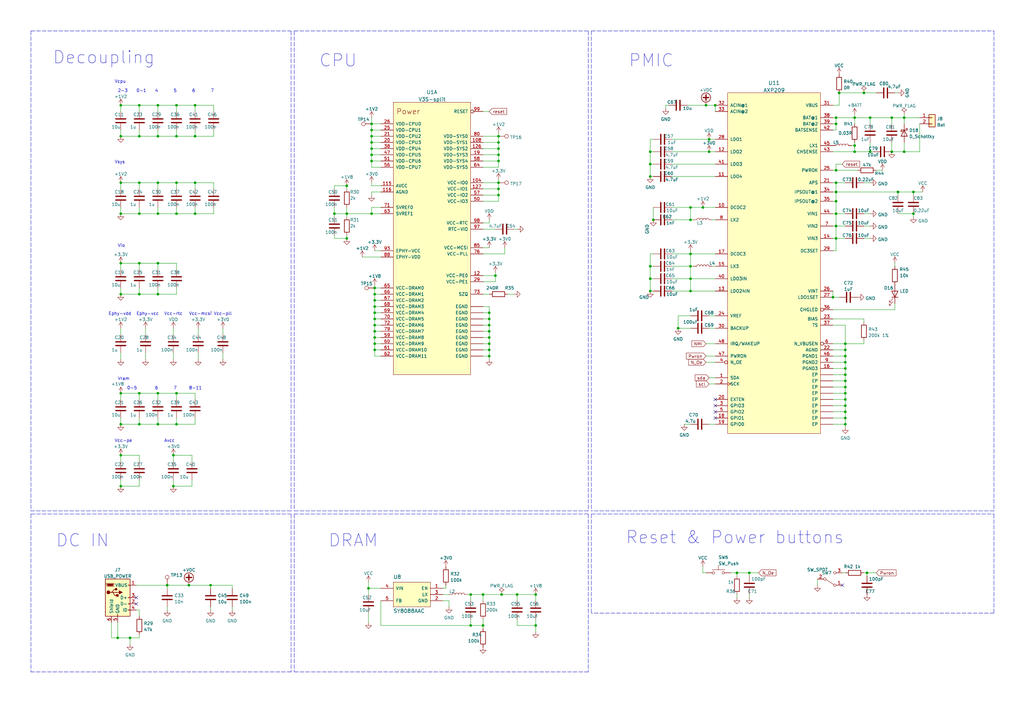
<source format=kicad_sch>
(kicad_sch (version 20211123) (generator eeschema)
  (paper "A3")
  (title_block (title "OzzyBoard") (date "2023-03-07") (rev "0.9"))
  (lib_symbols
    (symbol "Allwinner:AXP209" (pin_names (offset 1.016))
      (property "Reference" "U11" (at -5.08 52.3441 0))
      (property "Value" "AXP209" (at -5.08 49.3507 0))
      (symbol "AXP209_1_0"
        (pin open_collector line (at -29.21 -68.58 0) (length 5.08) (name "SDA") (number "1"))
        (pin power_out line (at -29.21 1.27 0) (length 5.08) (name "DCDC2") (number "10"))
        (pin power_out line (at -29.21 13.97 0) (length 5.08) (name "LDO4") (number "11"))
        (pin power_out line (at -29.21 24.13 0) (length 5.08) (name "LDO2") (number "12"))
        (pin power_in line (at -29.21 -33.02 0) (length 5.08) (name "LDO24IN") (number "13"))
        (pin power_in line (at 19.05 -11.43 180) (length 5.08) (name "VIN3") (number "14"))
        (pin passive line (at -29.21 -22.86 0) (length 5.08) (name "LX3") (number "15"))
        (pin passive line (at 19.05 -64.77 180) (length 5.08) (name "PGND3") (number "16"))
        (pin power_out line (at -29.21 -17.78 0) (length 5.08) (name "DCDC3") (number "17"))
        (pin bidirectional line (at -29.21 -85.09 0) (length 5.08) (name "GPIO1") (number "18"))
        (pin bidirectional line (at -29.21 -87.63 0) (length 5.08) (name "GPIO0") (number "19"))
        (pin input clock (at -29.21 -71.12 0) (length 5.08) (name "SCK") (number "2"))
        (pin output line (at -29.21 -77.47 0) (length 5.08) (name "EXTEN") (number "20"))
        (pin power_in line (at 19.05 11.43 180) (length 5.08) (name "APS") (number "21"))
        (pin passive line (at 19.05 -57.15 180) (length 5.08) (name "AGND") (number "22"))
        (pin passive line (at 19.05 -44.45 180) (length 5.08) (name "BIAS") (number "23"))
        (pin passive line (at -29.21 -43.18 0) (length 5.08) (name "VREF") (number "24"))
        (pin output line (at 19.05 16.51 180) (length 5.08) (name "PWROK") (number "25"))
        (pin power_out line (at 19.05 -33.02 180) (length 5.08) (name "VINT") (number "26"))
        (pin passive line (at 19.05 -35.56 180) (length 5.08) (name "LDO1SET") (number "27"))
        (pin power_out line (at -29.21 29.21 0) (length 5.08) (name "LDO1") (number "28"))
        (pin passive line (at 19.05 -16.51 180) (length 5.08) (name "DC3SET") (number "29"))
        (pin bidirectional line (at -29.21 -80.01 0) (length 5.08) (name "GPIO3") (number "3"))
        (pin passive line (at -29.21 -48.26 0) (length 5.08) (name "BACKUP") (number "30"))
        (pin power_in line (at 19.05 43.18 180) (length 5.08) (name "VBUS") (number "31"))
        (pin power_in line (at -29.21 43.18 0) (length 5.08) (name "ACIN@1") (number "32"))
        (pin power_in line (at -29.21 40.64 0) (length 5.08) (name "ACIN@2") (number "33"))
        (pin power_out line (at 19.05 7.62 180) (length 5.08) (name "IPSOUT@1") (number "34"))
        (pin power_in line (at 19.05 3.81 180) (length 5.08) (name "IPSOUT@2") (number "35"))
        (pin output inverted (at 19.05 -40.64 180) (length 5.08) (name "CHGLED") (number "36"))
        (pin passive line (at 19.05 -46.99 180) (length 5.08) (name "TS") (number "37"))
        (pin power_in line (at 19.05 38.1 180) (length 5.08) (name "BAT@1") (number "38"))
        (pin power_in line (at 19.05 35.56 180) (length 5.08) (name "BAT@2") (number "39"))
        (pin input inverted (at -29.21 -62.23 0) (length 5.08) (name "N_OE") (number "4"))
        (pin power_in line (at -29.21 -27.94 0) (length 5.08) (name "LDO3IN") (number "40"))
        (pin power_out line (at -29.21 19.05 0) (length 5.08) (name "LDO3") (number "41"))
        (pin passive line (at 19.05 33.02 180) (length 5.08) (name "BATSENSE") (number "42"))
        (pin passive line (at 19.05 24.13 180) (length 5.08) (name "CHSENSE") (number "43"))
        (pin power_in line (at 19.05 -1.27 180) (length 5.08) (name "VIN1") (number "44"))
        (pin passive line (at 19.05 26.67 180) (length 5.08) (name "LX1") (number "45"))
        (pin passive line (at 19.05 -59.69 180) (length 5.08) (name "PGND1") (number "46"))
        (pin input line (at -29.21 -59.69 0) (length 5.08) (name "PWRON") (number "47"))
        (pin open_collector line (at -29.21 -54.61 0) (length 5.08) (name "IRQ/WAKEUP") (number "48"))
        (pin bidirectional line (at -29.21 -82.55 0) (length 5.08) (name "GPIO2") (number "5"))
        (pin input inverted (at 19.05 -54.61 180) (length 5.08) (name "N_VBUSEN") (number "6"))
        (pin power_in line (at 19.05 -6.35 180) (length 5.08) (name "VIN2") (number "7"))
        (pin passive line (at -29.21 -3.81 0) (length 5.08) (name "LX2") (number "8"))
        (pin passive line (at 19.05 -62.23 180) (length 5.08) (name "PGND2") (number "9"))
        (pin passive line (at 19.05 -80.01 180) (length 5.08) (name "EP") (number "GND$1"))
        (pin passive line (at 19.05 -77.47 180) (length 5.08) (name "EP") (number "GND$2"))
        (pin passive line (at 19.05 -85.09 180) (length 5.08) (name "EP") (number "GND$3"))
        (pin passive line (at 19.05 -72.39 180) (length 5.08) (name "EP") (number "GND$4"))
        (pin passive line (at 19.05 -67.31 180) (length 5.08) (name "EP") (number "GND$5"))
        (pin passive line (at 19.05 -82.55 180) (length 5.08) (name "EP") (number "GND$6"))
        (pin passive line (at 19.05 -69.85 180) (length 5.08) (name "EP") (number "GND$7"))
        (pin passive line (at 19.05 -74.93 180) (length 5.08) (name "EP") (number "GND$8"))
        (pin passive line (at 19.05 -87.63 180) (length 5.08) (name "EP") (number "GND$9"))
      )
    )
    (symbol "Allwinner:V3S-split" (pin_names (offset 1.016))
      (property "Reference" "U1" (at 12.7 67.31 0))
      (property "Value" "V3S-split" (at -12.7 67.31 0))
      (symbol "V3S-split_1_0"
        (text "Power" (at -16.51 60.96 0) (effects (font (size 2.159 2.159)) (justify left bottom)))
        (pin power_in line (at 19.05 33.02 180) (length 5.08) (name "VCC-IO0") (number "104"))
        (pin power_in line (at 19.05 49.53 180) (length 5.08) (name "VDD-SYS1") (number "108"))
        (pin passive line (at -22.86 31.75 0) (length 5.08) (name "AVCC") (number "115"))
        (pin passive line (at -22.86 29.21 0) (length 5.08) (name "AGND") (number "116"))
        (pin power_in line (at 19.05 -5.08 180) (length 5.08) (name "VCC-PE0") (number "12"))
        (pin power_in line (at 19.05 46.99 180) (length 5.08) (name "VDD-SYS2") (number "126"))
        (pin power_in line (at 19.05 30.48 180) (length 5.08) (name "VCC-IO1") (number "127"))
        (pin power_in line (at 19.05 44.45 180) (length 5.08) (name "VDD-SYS3") (number "19"))
        (pin power_in line (at -22.86 49.53 0) (length 5.08) (name "VDD-CPU3") (number "20"))
        (pin power_in line (at -22.86 52.07 0) (length 5.08) (name "VDD-CPU2") (number "21"))
        (pin power_in line (at -22.86 54.61 0) (length 5.08) (name "VDD-CPU1") (number "25"))
        (pin power_in line (at -22.86 57.15 0) (length 5.08) (name "VDD-CPU0") (number "26"))
        (pin power_in line (at 19.05 -7.62 180) (length 5.08) (name "VCC-PE1") (number "29"))
        (pin power_in line (at -22.86 46.99 0) (length 5.08) (name "VDD-CPU4") (number "38"))
        (pin power_in line (at -22.86 44.45 0) (length 5.08) (name "VDD-CPU5") (number "47"))
        (pin power_in line (at 19.05 25.4 180) (length 5.08) (name "VCC-IO3") (number "50"))
        (pin power_in line (at -22.86 41.91 0) (length 5.08) (name "VDD-CPU6") (number "51"))
        (pin power_in line (at -22.86 39.37 0) (length 5.08) (name "VDD-CPU7") (number "56"))
        (pin power_in line (at 19.05 27.94 180) (length 5.08) (name "VCC-IO2") (number "57"))
        (pin power_in line (at 19.05 41.91 180) (length 5.08) (name "VDD-SYS4") (number "58"))
        (pin power_in line (at -22.86 -30.48 0) (length 5.08) (name "VCC-DRAM8") (number "59"))
        (pin power_in line (at -22.86 -33.02 0) (length 5.08) (name "VCC-DRAM9") (number "60"))
        (pin power_in line (at -22.86 -35.56 0) (length 5.08) (name "VCC-DRAM10") (number "61"))
        (pin power_in line (at -22.86 -38.1 0) (length 5.08) (name "VCC-DRAM11") (number "62"))
        (pin passive line (at -22.86 20.32 0) (length 5.08) (name "SVREF1") (number "63"))
        (pin power_in line (at 19.05 39.37 180) (length 5.08) (name "VDD-SYS5") (number "64"))
        (pin power_in line (at -22.86 -10.16 0) (length 5.08) (name "VCC-DRAM0") (number "65"))
        (pin power_in line (at -22.86 -12.7 0) (length 5.08) (name "VCC-DRAM1") (number "66"))
        (pin power_in line (at -22.86 -15.24 0) (length 5.08) (name "VCC-DRAM2") (number "67"))
        (pin power_in line (at -22.86 -17.78 0) (length 5.08) (name "VCC-DRAM3") (number "68"))
        (pin power_in line (at -22.86 -20.32 0) (length 5.08) (name "VCC-DRAM4") (number "69"))
        (pin power_in line (at -22.86 -22.86 0) (length 5.08) (name "VCC-DRAM5") (number "70"))
        (pin passive line (at -22.86 22.86 0) (length 5.08) (name "SVREF0") (number "71"))
        (pin power_in line (at -22.86 -25.4 0) (length 5.08) (name "VCC-DRAM6") (number "72"))
        (pin passive line (at 19.05 -12.7 180) (length 5.08) (name "SZQ") (number "73"))
        (pin power_in line (at 19.05 3.81 180) (length 5.08) (name "VCC-PLL") (number "76"))
        (pin power_in line (at -22.86 -27.94 0) (length 5.08) (name "VCC-DRAM7") (number "79"))
        (pin power_in line (at 19.05 52.07 180) (length 5.08) (name "VDD-SYS0") (number "80"))
        (pin input line (at 19.05 6.35 180) (length 5.08) (name "VCC-MCSI") (number "85"))
        (pin passive line (at -22.86 2.54 0) (length 5.08) (name "EPHY-VDD") (number "88"))
        (pin passive line (at -22.86 5.08 0) (length 5.08) (name "EPHY-VCC") (number "93"))
        (pin passive line (at 19.05 13.97 180) (length 5.08) (name "RTC-VIO") (number "97"))
        (pin power_in line (at 19.05 16.51 180) (length 5.08) (name "VCC-RTC") (number "98"))
        (pin input inverted (at 19.05 62.23 180) (length 5.08) (name "RESET") (number "99"))
        (pin passive line (at 19.05 -38.1 180) (length 5.08) (name "EGND") (number "GND$1"))
        (pin passive line (at 19.05 -35.56 180) (length 5.08) (name "EGND") (number "GND$2"))
        (pin passive line (at 19.05 -33.02 180) (length 5.08) (name "EGND") (number "GND$3"))
        (pin passive line (at 19.05 -30.48 180) (length 5.08) (name "EGND") (number "GND$4"))
        (pin passive line (at 19.05 -27.94 180) (length 5.08) (name "EGND") (number "GND$5"))
        (pin passive line (at 19.05 -25.4 180) (length 5.08) (name "EGND") (number "GND$6"))
        (pin passive line (at 19.05 -22.86 180) (length 5.08) (name "EGND") (number "GND$7"))
        (pin passive line (at 19.05 -20.32 180) (length 5.08) (name "EGND") (number "GND$8"))
        (pin passive line (at 19.05 -17.78 180) (length 5.08) (name "EGND") (number "GND$9"))
      )
      (symbol "V3S-split_2_0"
        (text "SDC0/UART0" (at -16.51 55.88 0) (effects (font (size 2.159 2.159)) (justify left bottom)))
        (pin bidirectional line (at 19.05 31.75 180) (length 5.08) (name "PF6") (number "100"))
        (pin bidirectional line (at 19.05 46.99 180) (length 5.08) (name "PF5/SDC0_D2/JTAG_CK1") (number "101"))
        (pin bidirectional line (at 19.05 44.45 180) (length 5.08) (name "PF4/SDC0_D3/UART0_RX") (number "102"))
        (pin bidirectional line (at 19.05 39.37 180) (length 5.08) (name "PF3/SDC0_CMD/JTAG_DO1") (number "103"))
        (pin bidirectional line (at 19.05 36.83 180) (length 5.08) (name "PF2/SDC0_CLK/UART0_TX") (number "105"))
        (pin bidirectional line (at 19.05 52.07 180) (length 5.08) (name "PF1/SDC0_D0/JTAG_DI1") (number "106"))
        (pin bidirectional line (at 19.05 49.53 180) (length 5.08) (name "PF0/SDC0_D1/JTAG_MS1") (number "107"))
      )
      (symbol "V3S-split_3_0"
        (text "PG/SDC1" (at -10.16 58.42 0) (effects (font (size 2.159 2.159)) (justify left bottom)))
        (pin bidirectional line (at 19.05 44.45 180) (length 5.08) (name "PG4/SDC1_D2/PG_EINT4") (number "1"))
        (pin bidirectional line (at 19.05 41.91 180) (length 5.08) (name "PG5/SDC1_D3/PG_EINT5") (number "128"))
        (pin bidirectional line (at 19.05 46.99 180) (length 5.08) (name "PG3/SDC1_D1/PG_EINT3") (number "2"))
        (pin bidirectional line (at 19.05 49.53 180) (length 5.08) (name "PG2/SDC1_D0/PG_EINT2") (number "3"))
        (pin bidirectional line (at 19.05 52.07 180) (length 5.08) (name "PG1/SDC1_CMD/PG_EINT1") (number "4"))
        (pin bidirectional line (at 19.05 54.61 180) (length 5.08) (name "PG0/SDC1_CLK/PG_EINT0") (number "5"))
      )
      (symbol "V3S-split_4_0"
        (text "CODEC" (at -15.24 58.42 0) (effects (font (size 2.159 2.159)) (justify left bottom)))
        (pin passive line (at 20.32 31.75 180) (length 5.08) (name "LRADC0") (number "112"))
        (pin passive line (at 20.32 34.29 180) (length 5.08) (name "MICIN1P") (number "113"))
        (pin passive line (at 20.32 36.83 180) (length 5.08) (name "MICIN1N") (number "114"))
        (pin power_out line (at 20.32 39.37 180) (length 5.08) (name "VRA1") (number "117"))
        (pin power_out line (at 20.32 41.91 180) (length 5.08) (name "VRA2") (number "118"))
        (pin passive line (at 20.32 44.45 180) (length 5.08) (name "HBIAS") (number "119"))
        (pin passive line (at 20.32 46.99 180) (length 5.08) (name "HPOUTR") (number "120"))
        (pin passive line (at 20.32 49.53 180) (length 5.08) (name "HPOUTL") (number "121"))
        (pin power_in line (at 20.32 52.07 180) (length 5.08) (name "HPVCCIN") (number "122"))
        (pin power_out line (at 20.32 54.61 180) (length 5.08) (name "HPVCCBP") (number "123"))
        (pin passive line (at 20.32 57.15 180) (length 5.08) (name "HPCOMFB") (number "124"))
        (pin passive line (at 20.32 59.69 180) (length 5.08) (name "HPCOM") (number "125"))
      )
      (symbol "V3S-split_5_0"
        (text "LCD/CSI" (at -19.05 58.42 0) (effects (font (size 2.159 2.159)) (justify left bottom)))
        (pin bidirectional line (at 21.59 -13.97 180) (length 5.08) (name "PE20/CSI_FIELD/CSI_MIPI_MCLK") (number "10"))
        (pin bidirectional line (at 21.59 50.8 180) (length 5.08) (name "PE19/CSI_D15/LCD_D21") (number "11"))
        (pin bidirectional line (at 21.59 48.26 180) (length 5.08) (name "PE18/CSI_D14/LCD_D20") (number "13"))
        (pin bidirectional line (at 21.59 45.72 180) (length 5.08) (name "PE17/CSI_D13/LCD_D19") (number "14"))
        (pin bidirectional line (at 21.59 43.18 180) (length 5.08) (name "PE16/CSI_D12/LCD_D18") (number "15"))
        (pin bidirectional line (at 21.59 38.1 180) (length 5.08) (name "PE15/CSI_D11/LCD_D15") (number "16"))
        (pin bidirectional line (at 21.59 35.56 180) (length 5.08) (name "PE14/CSI_D10/LCD_D14") (number "17"))
        (pin bidirectional line (at 21.59 33.02 180) (length 5.08) (name "PE13/CSI_D9/LCD_D13") (number "18"))
        (pin bidirectional line (at 21.59 30.48 180) (length 5.08) (name "PE12/CSI_D8/LCD_D12") (number "22"))
        (pin bidirectional line (at 21.59 27.94 180) (length 5.08) (name "PE11/CSI_D7/LCD_D11") (number "23"))
        (pin bidirectional line (at 21.59 25.4 180) (length 5.08) (name "PE10/CSI_D6/LCD_D10") (number "24"))
        (pin bidirectional line (at 21.59 20.32 180) (length 5.08) (name "PE9/CSI_D5/LCD_D7") (number "27"))
        (pin bidirectional line (at 21.59 17.78 180) (length 5.08) (name "PE8/CSI_D4/LCD_D6") (number "28"))
        (pin bidirectional line (at 21.59 15.24 180) (length 5.08) (name "PE7/CSI_D3/LCD_D5") (number "30"))
        (pin bidirectional line (at 21.59 12.7 180) (length 5.08) (name "PE6/CSI_D2/LCD_D4") (number "31"))
        (pin bidirectional line (at 21.59 10.16 180) (length 5.08) (name "PE5/CSI_D1/LCD_D3") (number "32"))
        (pin passive line (at 21.59 7.62 180) (length 5.08) (name "PE4/CSI_D0/LCD_D2") (number "33"))
        (pin bidirectional line (at 21.59 -2.54 180) (length 5.08) (name "PE3/CSI_VSYNC/LCD_VSYNC") (number "34"))
        (pin bidirectional line (at 21.59 0 180) (length 5.08) (name "PE2/CSI_HSYNC/LCD_HSYNC") (number "35"))
        (pin bidirectional line (at 21.59 -5.08 180) (length 5.08) (name "PE1/CSI_MCLK/LCD_DE") (number "36"))
        (pin bidirectional line (at 21.59 2.54 180) (length 5.08) (name "PE0/CSI_PCLK-/LCD_CLK") (number "37"))
        (pin bidirectional line (at 21.59 55.88 180) (length 5.08) (name "PE24/LCD_D23") (number "6"))
        (pin bidirectional line (at 21.59 53.34 180) (length 5.08) (name "PE23/LCD_D22") (number "7"))
        (pin bidirectional line (at 21.59 -19.05 180) (length 5.08) (name "PE22/CSI_SDA/TWI1_SDA/UART1_RX") (number "8"))
        (pin bidirectional line (at 21.59 -16.51 180) (length 5.08) (name "PE21/CSI_SCK/TWI1_SCK/UART1_TX") (number "9"))
      )
      (symbol "V3S-split_6_0"
        (text "USB" (at -16.51 58.42 0) (effects (font (size 2.159 2.159)) (justify left bottom)))
        (pin power_in line (at 19.05 53.34 180) (length 5.08) (name "VCC-USB") (number "109"))
        (pin passive line (at 19.05 55.88 180) (length 5.08) (name "USB-DM") (number "110"))
        (pin passive line (at 19.05 58.42 180) (length 5.08) (name "USB-DP") (number "111"))
      )
      (symbol "V3S-split_7_0"
        (text "RTC" (at -16.51 58.42 0) (effects (font (size 2.159 2.159)) (justify left bottom)))
        (pin passive line (at 19.05 57.15 180) (length 5.08) (name "X32KOUT") (number "95"))
        (pin passive line (at 19.05 59.69 180) (length 5.08) (name "X32KIN") (number "96"))
      )
      (symbol "V3S-split_8_0"
        (text "MIPI" (at -16.51 58.42 0) (effects (font (size 2.159 2.159)) (justify left bottom)))
        (pin input line (at 19.05 45.72 180) (length 5.08) (name "MCSI-D0P") (number "81"))
        (pin input line (at 19.05 48.26 180) (length 5.08) (name "MCSI-D0N") (number "82"))
        (pin input line (at 19.05 50.8 180) (length 5.08) (name "MCSI-D1P") (number "83"))
        (pin input line (at 19.05 53.34 180) (length 5.08) (name "MCSI-D1N") (number "84"))
        (pin output line (at 19.05 57.15 180) (length 5.08) (name "MCSI-CKP") (number "86"))
        (pin output line (at 19.05 59.69 180) (length 5.08) (name "MCSI-CKN") (number "87"))
      )
      (symbol "V3S-split_9_0"
        (text "SPI" (at -15.24 58.42 0) (effects (font (size 2.159 2.159)) (justify left bottom)))
        (pin bidirectional line (at 19.05 48.26 180) (length 5.08) (name "PC0/SDC2_CLK/SPI_MISO") (number "52"))
        (pin bidirectional line (at 19.05 50.8 180) (length 5.08) (name "PC1/SDC2_CMD/SPI_CLK") (number "53"))
        (pin bidirectional line (at 19.05 53.34 180) (length 5.08) (name "PC2/SDC2_RST/SPI_CS") (number "54"))
        (pin bidirectional line (at 19.05 55.88 180) (length 5.08) (name "PC3/SDC2_D0/SPI_MOSI") (number "55"))
      )
      (symbol "V3S-split_10_0"
        (text "SYSCLK" (at -16.51 59.69 0) (effects (font (size 2.159 2.159)) (justify left bottom)))
        (pin passive line (at 19.05 55.88 180) (length 5.08) (name "X24MOUT") (number "74"))
        (pin passive line (at 19.05 58.42 180) (length 5.08) (name "X24MIN") (number "75"))
      )
      (symbol "V3S-split_11_0"
        (text "PWM0/1" (at -21.59 39.37 0) (effects (font (size 2.159 2.159)) (justify left bottom)))
        (text "TWI0/1" (at -21.59 27.94 0) (effects (font (size 2.159 2.159)) (justify left bottom)))
        (text "UART2" (at -21.59 57.15 0) (effects (font (size 2.159 2.159)) (justify left bottom)))
        (pin bidirectional line (at 20.32 46.99 180) (length 5.08) (name "PB0/UART2_TX/PB_EINT0") (number "39"))
        (pin bidirectional line (at 20.32 49.53 180) (length 5.08) (name "PB1/UART2_RX/PB_EINT1") (number "40"))
        (pin bidirectional line (at 20.32 52.07 180) (length 5.08) (name "PB2/UART2_RTS/PB_EINT2") (number "41"))
        (pin bidirectional line (at 20.32 54.61 180) (length 5.08) (name "PB3/UART2_CTS/PB_EINT3") (number "42"))
        (pin bidirectional line (at 20.32 34.29 180) (length 5.08) (name "PB4/PWM0/PB_EINT4") (number "43"))
        (pin bidirectional line (at 20.32 36.83 180) (length 5.08) (name "PB5/PWM1/PB_EINT5") (number "44"))
        (pin bidirectional line (at 20.32 15.24 180) (length 5.08) (name "PB6/TWI0_SCK/PB_EINT6") (number "45"))
        (pin bidirectional line (at 20.32 17.78 180) (length 5.08) (name "PB7/TWI0_SDA/PB_EINT7") (number "46"))
        (pin bidirectional line (at 20.32 22.86 180) (length 5.08) (name "PB8/TWI1_SCK/UART0_TX/PB_EINT8") (number "48"))
        (pin bidirectional line (at 20.32 25.4 180) (length 5.08) (name "PB9/TWI1_SDA/UART0_RX/PB_EINT9") (number "49"))
      )
      (symbol "V3S-split_12_0"
        (text "EPHY" (at -15.24 59.69 0) (effects (font (size 2.159 2.159)) (justify left bottom)))
        (pin passive line (at 19.05 40.64 180) (length 5.08) (name "EPHY-LINK-LED") (number "77"))
        (pin passive line (at 19.05 43.18 180) (length 5.08) (name "EPHY-SPD-LED") (number "78"))
        (pin passive line (at 19.05 48.26 180) (length 5.08) (name "EPHY-RXN") (number "89"))
        (pin passive line (at 19.05 50.8 180) (length 5.08) (name "EPHY-RXP") (number "90"))
        (pin passive line (at 19.05 53.34 180) (length 5.08) (name "EPHY-TXN") (number "91"))
        (pin passive line (at 19.05 55.88 180) (length 5.08) (name "EPHY-TXP") (number "92"))
        (pin passive line (at 19.05 58.42 180) (length 5.08) (name "EPHY-RTX") (number "94"))
      )
    )
    (symbol "Connector:TestPoint" (pin_numbers hide) (pin_names (offset 0.762) hide)
      (property "Reference" "TP" (at 0 6.858 0))
      (property "Value" "TestPoint" (at 0 5.08 0))
      (symbol "TestPoint_1_1"
        (pin passive line (at 0 0 90) (length 2.54) (name "1") (number "1"))
      )
    )
    (symbol "Connector:USB_B_Micro" (pin_names (offset 1.016))
      (property "Reference" "J1" (at 0 11.3198 0))
      (property "Value" "USB_POWER" (at 0 8.7829 0))
      (symbol "USB_B_Micro_1_1"
        (pin power_out line (at 7.62 5.08 180) (length 2.54) (name "VBUS") (number "1"))
        (pin bidirectional line (at 7.62 -2.54 180) (length 2.54) (name "D-") (number "2"))
        (pin bidirectional line (at 7.62 0 180) (length 2.54) (name "D+") (number "3"))
        (pin passive line (at 7.62 -5.08 180) (length 2.54) (name "ID") (number "4"))
        (pin passive line (at 0 -10.16 90) (length 2.54) (name "GND") (number "5"))
        (pin passive line (at -2.54 -10.16 90) (length 2.54) (name "Shield") (number "6"))
      )
    )
    (symbol "Connector_Generic:Conn_01x02" (pin_names (offset 1.016) hide)
      (property "Reference" "J" (at 0 2.54 0))
      (property "Value" "Conn_01x02" (at 0 -5.08 0))
      (symbol "Conn_01x02_1_1"
        (pin passive line (at -5.08 0 0) (length 3.81) (name "Pin_1") (number "1"))
        (pin passive line (at -5.08 -2.54 0) (length 3.81) (name "Pin_2") (number "2"))
      )
    )
    (symbol "Device:C" (pin_numbers hide) (pin_names (offset 0.254))
      (property "Reference" "C" (at 0.635 2.54 0))
      (property "Value" "C" (at 0.635 -2.54 0))
      (symbol "C_1_1"
        (pin passive line (at 0 3.81 270) (length 2.794) (name "~") (number "1"))
        (pin passive line (at 0 -3.81 90) (length 2.794) (name "~") (number "2"))
      )
    )
    (symbol "Device:D_Schottky" (pin_numbers hide) (pin_names (offset 1.016) hide)
      (property "Reference" "D" (at 0 2.54 0))
      (property "Value" "D_Schottky" (at 0 -2.54 0))
      (symbol "D_Schottky_1_1"
        (pin passive line (at -3.81 0 0) (length 2.54) (name "K") (number "1"))
        (pin passive line (at 3.81 0 180) (length 2.54) (name "A") (number "2"))
      )
    )
    (symbol "Device:L" (pin_numbers hide) (pin_names (offset 1.016) hide)
      (property "Reference" "L" (at -1.27 0 90))
      (property "Value" "L" (at 1.905 0 90))
      (symbol "L_1_1"
        (pin passive line (at 0 3.81 270) (length 1.27) (name "1") (number "1"))
        (pin passive line (at 0 -3.81 90) (length 1.27) (name "2") (number "2"))
      )
    )
    (symbol "Device:LED" (pin_numbers hide) (pin_names (offset 1.016) hide)
      (property "Reference" "D" (at 0 2.54 0))
      (property "Value" "LED" (at 0 -2.54 0))
      (symbol "LED_1_1"
        (pin passive line (at -3.81 0 0) (length 2.54) (name "K") (number "1"))
        (pin passive line (at 3.81 0 180) (length 2.54) (name "A") (number "2"))
      )
    )
    (symbol "Device:R" (pin_numbers hide) (pin_names (offset 0))
      (property "Reference" "R" (at 2.032 0 90))
      (property "Value" "R" (at 0 0 90))
      (symbol "R_1_1"
        (pin passive line (at 0 3.81 270) (length 1.27) (name "~") (number "1"))
        (pin passive line (at 0 -3.81 90) (length 1.27) (name "~") (number "2"))
      )
    )
    (symbol "FunKey:SY8088AAC" (pin_names (offset 1.016))
      (property "Reference" "U3" (at -7.62 6.35 0))
      (property "Value" "SY8088AAC" (at -7.62 -7.62 0))
      (symbol "SY8088AAC_1_0"
        (pin input line (at 12.7 2.54 180) (length 5.08) (name "EN") (number "1"))
        (pin passive line (at 12.7 -2.54 180) (length 5.08) (name "GND") (number "2"))
        (pin passive line (at 12.7 0 180) (length 5.08) (name "LX") (number "3"))
        (pin power_in line (at -12.7 2.54 0) (length 5.08) (name "VIN") (number "4"))
        (pin passive line (at -12.7 -2.54 0) (length 5.08) (name "FB") (number "5"))
      )
    )
    (symbol "Switch:SW_Push" (pin_numbers hide) (pin_names (offset 1.016) hide)
      (property "Reference" "SW" (at 1.27 2.54 0))
      (property "Value" "SW_Push" (at 0 -1.524 0))
      (symbol "SW_Push_0_1"
        (pin passive line (at -5.08 0 0) (length 2.54) (name "1") (number "1"))
        (pin passive line (at 5.08 0 180) (length 2.54) (name "2") (number "2"))
      )
    )
    (symbol "Switch:SW_SPDT" (pin_names (offset 0) hide)
      (property "Reference" "SW" (at 0 4.318 0))
      (property "Value" "SW_SPDT" (at 0 -5.08 0))
      (symbol "SW_SPDT_1_1"
        (pin passive line (at 5.08 2.54 180) (length 2.54) (name "A") (number "1"))
        (pin passive line (at -5.08 0 0) (length 2.54) (name "B") (number "2"))
        (pin passive line (at 5.08 -2.54 180) (length 2.54) (name "C") (number "3"))
      )
    )
    (symbol "power:+1V2" (power) (pin_names (offset 0))
      (property "Value" "+1V2" (at 0 3.556 0))
      (symbol "+1V2_1_1"
        (pin power_in line (at 0 0 90) (length 0) hide (name "+1V2") (number "1"))
      )
    )
    (symbol "power:+1V8" (power) (pin_names (offset 0))
      (property "Value" "+1V8" (at 0 3.556 0))
      (symbol "+1V8_1_1"
        (pin power_in line (at 0 0 90) (length 0) hide (name "+1V8") (number "1"))
      )
    )
    (symbol "power:+3.3V" (power) (pin_names (offset 0))
      (property "Value" "+3.3V" (at 0 3.556 0))
      (symbol "+3.3V_1_1"
        (pin power_in line (at 0 0 90) (length 0) hide (name "+3.3V") (number "1"))
      )
    )
    (symbol "power:+3V0" (power) (pin_names (offset 0))
      (property "Value" "+3V0" (at 0 3.556 0))
      (symbol "+3V0_1_1"
        (pin power_in line (at 0 0 90) (length 0) hide (name "+3V0") (number "1"))
      )
    )
    (symbol "power:+BATT" (power) (pin_names (offset 0))
      (property "Value" "+BATT" (at 0 3.556 0))
      (symbol "+BATT_1_1"
        (pin power_in line (at 0 0 90) (length 0) hide (name "+BATT") (number "1"))
      )
    )
    (symbol "power:+VDC" (power) (pin_names (offset 0))
      (property "Value" "+VDC" (at 0 6.35 0))
      (symbol "+VDC_1_1"
        (pin power_in line (at 0 0 90) (length 0) hide (name "+VDC") (number "1"))
      )
    )
    (symbol "power:GND" (power) (pin_names (offset 0))
      (property "Value" "GND" (at 0 -3.81 0))
      (symbol "GND_1_1"
        (pin power_in line (at 0 0 270) (length 0) hide (name "GND") (number "1"))
      )
    )
    (symbol "power:PWR_FLAG" (power) (pin_numbers hide) (pin_names (offset 0) hide)
      (property "Value" "PWR_FLAG" (at 0 3.81 0))
      (symbol "PWR_FLAG_0_0"
        (pin power_out line (at 0 0 90) (length 0) (name "pwr") (number "1"))
      )
    )
    (symbol "power:VCC" (power) (pin_names (offset 0))
      (property "Value" "VCC" (at 0 3.81 0))
      (symbol "VCC_1_1"
        (pin power_in line (at 0 0 90) (length 0) hide (name "VCC") (number "1"))
      )
    )
    (symbol "power:VDD" (power) (pin_names (offset 0))
      (property "Value" "VDD" (at 0 3.81 0))
      (symbol "VDD_1_1"
        (pin power_in line (at 0 0 90) (length 0) hide (name "VDD") (number "1"))
      )
    )
  )
  (junction (at 153.67 138.43))
  (junction (at 152.4 50.8))
  (junction (at 212.09 243.84))
  (junction (at 57.15 120.65))
  (junction (at 193.04 256.54))
  (junction (at 200.66 143.51))
  (junction (at 365.76 62.23))
  (junction (at 346.71 168.91))
  (junction (at 346.71 166.37))
  (junction (at 153.67 143.51))
  (junction (at 72.39 74.93))
  (junction (at 153.67 135.89))
  (junction (at 204.47 66.04))
  (junction (at 200.66 135.89))
  (junction (at 57.15 74.93))
  (junction (at 346.71 140.97))
  (junction (at 72.39 173.99))
  (junction (at 342.9 48.26))
  (junction (at 49.53 107.95))
  (junction (at 80.01 74.93))
  (junction (at 142.24 76.2))
  (junction (at 49.53 186.69))
  (junction (at 283.21 114.3))
  (junction (at 219.71 256.54))
  (junction (at 342.9 87.63))
  (junction (at 283.21 109.22))
  (junction (at 64.77 161.29))
  (junction (at 57.15 43.18))
  (junction (at 200.66 138.43))
  (junction (at 350.52 48.26))
  (junction (at 267.97 90.17))
  (junction (at 370.84 48.26))
  (junction (at 355.6 234.95))
  (junction (at 204.47 55.88))
  (junction (at 64.77 43.18))
  (junction (at 204.47 74.93))
  (junction (at 346.71 163.83))
  (junction (at 356.87 62.23))
  (junction (at 49.53 43.18))
  (junction (at 368.3 78.74))
  (junction (at 86.36 240.03))
  (junction (at 49.53 74.93))
  (junction (at 346.71 148.59))
  (junction (at 346.71 161.29))
  (junction (at 49.53 161.29))
  (junction (at 266.7 114.3))
  (junction (at 64.77 74.93))
  (junction (at 152.4 87.63))
  (junction (at 350.52 59.69))
  (junction (at 354.33 38.1))
  (junction (at 204.47 58.42))
  (junction (at 48.26 261.62))
  (junction (at 153.67 118.11))
  (junction (at 49.53 199.39))
  (junction (at 198.12 256.54))
  (junction (at 153.67 140.97))
  (junction (at 283.21 104.14))
  (junction (at 346.71 143.51))
  (junction (at 64.77 120.65))
  (junction (at 290.83 62.23))
  (junction (at 152.4 58.42))
  (junction (at 293.37 43.18))
  (junction (at 289.56 43.18))
  (junction (at 205.74 243.84))
  (junction (at 350.52 62.23))
  (junction (at 346.71 151.13))
  (junction (at 290.83 57.15))
  (junction (at 283.21 85.09))
  (junction (at 346.71 153.67))
  (junction (at 266.7 119.38))
  (junction (at 346.71 171.45))
  (junction (at 200.66 128.27))
  (junction (at 341.63 121.92))
  (junction (at 342.9 74.93))
  (junction (at 153.67 130.81))
  (junction (at 49.53 55.88))
  (junction (at 142.24 97.79))
  (junction (at 77.47 240.03))
  (junction (at 203.2 113.03))
  (junction (at 49.53 120.65))
  (junction (at 193.04 243.84))
  (junction (at 152.4 53.34))
  (junction (at 307.34 234.95))
  (junction (at 153.67 120.65))
  (junction (at 342.9 82.55))
  (junction (at 342.9 97.79))
  (junction (at 346.71 156.21))
  (junction (at 80.01 43.18))
  (junction (at 57.15 161.29))
  (junction (at 71.12 186.69))
  (junction (at 219.71 243.84))
  (junction (at 72.39 87.63))
  (junction (at 64.77 173.99))
  (junction (at 342.9 69.85))
  (junction (at 64.77 107.95))
  (junction (at 200.66 130.81))
  (junction (at 342.9 92.71))
  (junction (at 64.77 55.88))
  (junction (at 80.01 55.88))
  (junction (at 53.34 261.62))
  (junction (at 152.4 60.96))
  (junction (at 370.84 62.23))
  (junction (at 153.67 123.19))
  (junction (at 80.01 87.63))
  (junction (at 71.12 199.39))
  (junction (at 151.13 241.3))
  (junction (at 152.4 55.88))
  (junction (at 204.47 80.01))
  (junction (at 153.67 133.35))
  (junction (at 142.24 87.63))
  (junction (at 346.71 158.75))
  (junction (at 49.53 87.63))
  (junction (at 283.21 90.17))
  (junction (at 204.47 63.5))
  (junction (at 204.47 60.96))
  (junction (at 49.53 173.99))
  (junction (at 266.7 109.22))
  (junction (at 57.15 87.63))
  (junction (at 57.15 173.99))
  (junction (at 342.9 50.8))
  (junction (at 198.12 243.84))
  (junction (at 72.39 43.18))
  (junction (at 302.26 234.95))
  (junction (at 266.7 62.23))
  (junction (at 200.66 146.05))
  (junction (at 283.21 119.38))
  (junction (at 356.87 48.26))
  (junction (at 152.4 63.5))
  (junction (at 346.71 173.99))
  (junction (at 344.17 38.1))
  (junction (at 342.9 78.74))
  (junction (at 374.65 87.63))
  (junction (at 266.7 72.39))
  (junction (at 346.71 146.05))
  (junction (at 288.29 85.09))
  (junction (at 200.66 133.35))
  (junction (at 68.58 240.03))
  (junction (at 153.67 128.27))
  (junction (at 152.4 66.04))
  (junction (at 72.39 55.88))
  (junction (at 266.7 67.31))
  (junction (at 204.47 77.47))
  (junction (at 72.39 161.29))
  (junction (at 137.16 87.63))
  (junction (at 278.13 134.62))
  (junction (at 57.15 55.88))
  (junction (at 365.76 48.26))
  (junction (at 200.66 140.97))
  (junction (at 153.67 125.73))
  (junction (at 57.15 107.95))
  (junction (at 64.77 87.63))
  (junction (at 374.65 78.74))
  (no_connect (at 293.37 168.91))
  (no_connect (at 293.37 163.83))
  (no_connect (at 293.37 166.37))
  (no_connect (at 55.88 247.65))
  (no_connect (at 345.44 240.03))
  (no_connect (at 55.88 245.11))
  (no_connect (at 293.37 171.45))
  (wire (pts (xy 341.63 121.92) (xy 344.17 121.92)))
  (wire (pts (xy 64.77 120.65) (xy 72.39 120.65)))
  (wire (pts (xy 341.63 133.35) (xy 346.71 133.35)))
  (wire (pts (xy 153.67 102.87) (xy 156.21 102.87)))
  (wire (pts (xy 219.71 259.08) (xy 219.71 256.54)))
  (wire (pts (xy 142.24 77.47) (xy 142.24 76.2)))
  (wire (pts (xy 198.12 80.01) (xy 204.47 80.01)))
  (wire (pts (xy 293.37 119.38) (xy 283.21 119.38)))
  (wire (pts (xy 152.4 85.09) (xy 152.4 87.63)))
  (wire (pts (xy 156.21 256.54) (xy 193.04 256.54)))
  (wire (pts (xy 57.15 120.65) (xy 57.15 118.11)))
  (wire (pts (xy 80.01 43.18) (xy 72.39 43.18)))
  (wire (pts (xy 198.12 115.57) (xy 203.2 115.57)))
  (wire (pts (xy 219.71 254) (xy 219.71 256.54)))
  (wire (pts (xy 275.59 57.15) (xy 290.83 57.15)))
  (wire (pts (xy 368.3 87.63) (xy 374.65 87.63)))
  (wire (pts (xy 354.33 234.95) (xy 355.6 234.95)))
  (wire (pts (xy 87.63 85.09) (xy 87.63 87.63)))
  (wire (pts (xy 198.12 128.27) (xy 200.66 128.27)))
  (wire (pts (xy 48.26 255.27) (xy 48.26 261.62)))
  (wire (pts (xy 370.84 48.26) (xy 377.19 48.26)))
  (wire (pts (xy 156.21 63.5) (xy 152.4 63.5)))
  (wire (pts (xy 198.12 82.55) (xy 204.47 82.55)))
  (wire (pts (xy 152.4 55.88) (xy 152.4 53.34)))
  (wire (pts (xy 198.12 130.81) (xy 200.66 130.81)))
  (wire (pts (xy 198.12 120.65) (xy 200.66 120.65)))
  (wire (pts (xy 204.47 60.96) (xy 204.47 58.42)))
  (wire (pts (xy 302.26 234.95) (xy 302.26 236.22)))
  (wire (pts (xy 156.21 76.2) (xy 152.4 76.2)))
  (wire (pts (xy 151.13 241.3) (xy 151.13 243.84)))
  (wire (pts (xy 204.47 66.04) (xy 204.47 63.5)))
  (wire (pts (xy 72.39 87.63) (xy 72.39 85.09)))
  (wire (pts (xy 87.63 53.34) (xy 87.63 55.88)))
  (wire (pts (xy 57.15 260.35) (xy 57.15 261.62)))
  (wire (pts (xy 64.77 173.99) (xy 72.39 173.99)))
  (wire (pts (xy 346.71 158.75) (xy 346.71 156.21)))
  (wire (pts (xy 355.6 236.22) (xy 355.6 234.95)))
  (wire (pts (xy 342.9 97.79) (xy 346.71 97.79)))
  (wire (pts (xy 267.97 114.3) (xy 266.7 114.3)))
  (wire (pts (xy 266.7 119.38) (xy 266.7 114.3)))
  (wire (pts (xy 293.37 85.09) (xy 288.29 85.09)))
  (wire (pts (xy 204.47 58.42) (xy 204.47 55.88)))
  (wire (pts (xy 275.59 104.14) (xy 283.21 104.14)))
  (wire (pts (xy 57.15 250.19) (xy 57.15 252.73)))
  (wire (pts (xy 349.25 59.69) (xy 350.52 59.69)))
  (wire (pts (xy 356.87 58.42) (xy 356.87 62.23)))
  (wire (pts (xy 156.21 123.19) (xy 153.67 123.19)))
  (wire (pts (xy 72.39 171.45) (xy 72.39 173.99)))
  (wire (pts (xy 356.87 62.23) (xy 358.14 62.23)))
  (wire (pts (xy 151.13 241.3) (xy 151.13 238.76)))
  (wire (pts (xy 283.21 85.09) (xy 283.21 90.17)))
  (wire (pts (xy 153.67 138.43) (xy 153.67 135.89)))
  (wire (pts (xy 212.09 246.38) (xy 212.09 243.84)))
  (wire (pts (xy 344.17 38.1) (xy 354.33 38.1)))
  (wire (pts (xy 204.47 63.5) (xy 204.47 60.96)))
  (wire (pts (xy 95.25 248.92) (xy 95.25 250.19)))
  (wire (pts (xy 278.13 129.54) (xy 278.13 134.62)))
  (wire (pts (xy 64.77 53.34) (xy 64.77 55.88)))
  (wire (pts (xy 288.29 85.09) (xy 283.21 85.09)))
  (wire (pts (xy 293.37 43.18) (xy 293.37 45.72)))
  (wire (pts (xy 200.66 140.97) (xy 200.66 143.51)))
  (wire (pts (xy 341.63 74.93) (xy 342.9 74.93)))
  (wire (pts (xy 181.61 241.3) (xy 182.88 241.3)))
  (wire (pts (xy 365.76 48.26) (xy 370.84 48.26)))
  (wire (pts (xy 341.63 173.99) (xy 346.71 173.99)))
  (wire (pts (xy 346.71 173.99) (xy 346.71 171.45)))
  (wire (pts (xy 137.16 76.2) (xy 142.24 76.2)))
  (polyline (pts (xy 407.67 210.82) (xy 407.67 251.46)))
  (wire (pts (xy 156.21 133.35) (xy 153.67 133.35)))
  (polyline (pts (xy 407.67 251.46) (xy 242.57 251.46)))
  (wire (pts (xy 341.63 148.59) (xy 346.71 148.59)))
  (wire (pts (xy 367.03 107.95) (xy 367.03 109.22)))
  (wire (pts (xy 267.97 57.15) (xy 266.7 57.15)))
  (wire (pts (xy 80.01 55.88) (xy 87.63 55.88)))
  (wire (pts (xy 342.9 78.74) (xy 342.9 82.55)))
  (wire (pts (xy 341.63 146.05) (xy 346.71 146.05)))
  (wire (pts (xy 283.21 104.14) (xy 283.21 109.22)))
  (wire (pts (xy 49.53 186.69) (xy 57.15 186.69)))
  (wire (pts (xy 193.04 254) (xy 193.04 256.54)))
  (wire (pts (xy 368.3 78.74) (xy 374.65 78.74)))
  (wire (pts (xy 350.52 46.99) (xy 350.52 48.26)))
  (wire (pts (xy 266.7 72.39) (xy 267.97 72.39)))
  (wire (pts (xy 289.56 43.18) (xy 281.94 43.18)))
  (wire (pts (xy 57.15 87.63) (xy 57.15 85.09)))
  (wire (pts (xy 64.77 55.88) (xy 72.39 55.88)))
  (wire (pts (xy 345.44 67.31) (xy 342.9 67.31)))
  (wire (pts (xy 156.21 246.38) (xy 156.21 256.54)))
  (wire (pts (xy 290.83 62.23) (xy 293.37 62.23)))
  (wire (pts (xy 198.12 63.5) (xy 204.47 63.5)))
  (wire (pts (xy 290.83 129.54) (xy 293.37 129.54)))
  (wire (pts (xy 57.15 120.65) (xy 64.77 120.65)))
  (wire (pts (xy 200.66 125.73) (xy 200.66 128.27)))
  (wire (pts (xy 49.53 118.11) (xy 49.53 120.65)))
  (wire (pts (xy 341.63 48.26) (xy 342.9 48.26)))
  (wire (pts (xy 198.12 140.97) (xy 200.66 140.97)))
  (wire (pts (xy 48.26 261.62) (xy 53.34 261.62)))
  (wire (pts (xy 377.19 50.8) (xy 377.19 62.23)))
  (wire (pts (xy 341.63 156.21) (xy 346.71 156.21)))
  (wire (pts (xy 80.01 74.93) (xy 80.01 77.47)))
  (wire (pts (xy 374.65 78.74) (xy 378.46 78.74)))
  (wire (pts (xy 49.53 107.95) (xy 49.53 110.49)))
  (wire (pts (xy 49.53 43.18) (xy 57.15 43.18)))
  (wire (pts (xy 156.21 85.09) (xy 152.4 85.09)))
  (wire (pts (xy 341.63 43.18) (xy 344.17 43.18)))
  (wire (pts (xy 57.15 43.18) (xy 64.77 43.18)))
  (wire (pts (xy 341.63 53.34) (xy 342.9 53.34)))
  (wire (pts (xy 210.82 120.65) (xy 208.28 120.65)))
  (wire (pts (xy 57.15 186.69) (xy 57.15 189.23)))
  (wire (pts (xy 81.28 144.78) (xy 81.28 147.32)))
  (wire (pts (xy 341.63 140.97) (xy 346.71 140.97)))
  (wire (pts (xy 205.74 243.84) (xy 198.12 243.84)))
  (wire (pts (xy 368.3 78.74) (xy 368.3 80.01)))
  (wire (pts (xy 72.39 120.65) (xy 72.39 118.11)))
  (wire (pts (xy 156.21 125.73) (xy 153.67 125.73)))
  (wire (pts (xy 198.12 68.58) (xy 204.47 68.58)))
  (wire (pts (xy 87.63 77.47) (xy 87.63 74.93)))
  (wire (pts (xy 72.39 55.88) (xy 80.01 55.88)))
  (wire (pts (xy 283.21 104.14) (xy 293.37 104.14)))
  (wire (pts (xy 72.39 74.93) (xy 80.01 74.93)))
  (wire (pts (xy 342.9 74.93) (xy 346.71 74.93)))
  (wire (pts (xy 156.21 146.05) (xy 153.67 146.05)))
  (wire (pts (xy 153.67 140.97) (xy 153.67 138.43)))
  (wire (pts (xy 204.47 77.47) (xy 204.47 74.93)))
  (wire (pts (xy 283.21 114.3) (xy 283.21 109.22)))
  (wire (pts (xy 341.63 62.23) (xy 350.52 62.23)))
  (wire (pts (xy 374.65 87.63) (xy 374.65 88.9)))
  (wire (pts (xy 45.72 261.62) (xy 48.26 261.62)))
  (wire (pts (xy 377.19 62.23) (xy 370.84 62.23)))
  (wire (pts (xy 57.15 173.99) (xy 49.53 173.99)))
  (wire (pts (xy 153.67 146.05) (xy 153.67 143.51)))
  (wire (pts (xy 275.59 114.3) (xy 283.21 114.3)))
  (wire (pts (xy 64.77 107.95) (xy 64.77 110.49)))
  (wire (pts (xy 49.53 74.93) (xy 49.53 77.47)))
  (wire (pts (xy 307.34 234.95) (xy 311.15 234.95)))
  (polyline (pts (xy 12.7 12.7) (xy 12.7 209.55)))
  (wire (pts (xy 368.3 38.1) (xy 367.03 38.1)))
  (wire (pts (xy 359.41 69.85) (xy 361.95 69.85)))
  (wire (pts (xy 57.15 107.95) (xy 57.15 110.49)))
  (wire (pts (xy 370.84 62.23) (xy 365.76 62.23)))
  (wire (pts (xy 198.12 55.88) (xy 204.47 55.88)))
  (wire (pts (xy 152.4 53.34) (xy 152.4 50.8)))
  (wire (pts (xy 72.39 107.95) (xy 72.39 110.49)))
  (wire (pts (xy 45.72 255.27) (xy 45.72 261.62)))
  (wire (pts (xy 342.9 53.34) (xy 342.9 50.8)))
  (wire (pts (xy 142.24 85.09) (xy 142.24 87.63)))
  (wire (pts (xy 367.03 127) (xy 367.03 124.46)))
  (wire (pts (xy 49.53 144.78) (xy 49.53 147.32)))
  (wire (pts (xy 156.21 78.74) (xy 152.4 78.74)))
  (wire (pts (xy 203.2 113.03) (xy 203.2 115.57)))
  (wire (pts (xy 346.71 153.67) (xy 346.71 156.21)))
  (wire (pts (xy 71.12 186.69) (xy 71.12 189.23)))
  (wire (pts (xy 78.74 189.23) (xy 78.74 186.69)))
  (wire (pts (xy 365.76 58.42) (xy 365.76 62.23)))
  (wire (pts (xy 354.33 87.63) (xy 356.87 87.63)))
  (wire (pts (xy 148.59 105.41) (xy 156.21 105.41)))
  (wire (pts (xy 152.4 66.04) (xy 152.4 63.5)))
  (wire (pts (xy 198.12 77.47) (xy 204.47 77.47)))
  (wire (pts (xy 289.56 146.05) (xy 293.37 146.05)))
  (wire (pts (xy 200.66 146.05) (xy 200.66 147.32)))
  (wire (pts (xy 49.53 87.63) (xy 57.15 87.63)))
  (wire (pts (xy 64.77 107.95) (xy 72.39 107.95)))
  (wire (pts (xy 354.33 38.1) (xy 359.41 38.1)))
  (wire (pts (xy 55.88 250.19) (xy 57.15 250.19)))
  (wire (pts (xy 341.63 163.83) (xy 346.71 163.83)))
  (wire (pts (xy 86.36 240.03) (xy 95.25 240.03)))
  (wire (pts (xy 182.88 241.3) (xy 182.88 240.03)))
  (wire (pts (xy 267.97 119.38) (xy 266.7 119.38)))
  (wire (pts (xy 193.04 243.84) (xy 198.12 243.84)))
  (wire (pts (xy 350.52 48.26) (xy 356.87 48.26)))
  (polyline (pts (xy 119.38 275.59) (xy 12.7 275.59)))
  (wire (pts (xy 64.77 87.63) (xy 72.39 87.63)))
  (wire (pts (xy 219.71 243.84) (xy 219.71 246.38)))
  (wire (pts (xy 273.05 43.18) (xy 273.05 44.45)))
  (wire (pts (xy 152.4 50.8) (xy 152.4 48.26)))
  (wire (pts (xy 152.4 58.42) (xy 152.4 55.88)))
  (wire (pts (xy 198.12 104.14) (xy 207.01 104.14)))
  (wire (pts (xy 341.63 130.81) (xy 354.33 130.81)))
  (wire (pts (xy 212.09 254) (xy 212.09 256.54)))
  (wire (pts (xy 151.13 255.27) (xy 151.13 251.46)))
  (wire (pts (xy 289.56 234.95) (xy 288.29 234.95)))
  (wire (pts (xy 289.56 43.18) (xy 293.37 43.18)))
  (wire (pts (xy 356.87 48.26) (xy 356.87 50.8)))
  (wire (pts (xy 72.39 43.18) (xy 72.39 45.72)))
  (wire (pts (xy 49.53 53.34) (xy 49.53 55.88)))
  (wire (pts (xy 341.63 78.74) (xy 342.9 78.74)))
  (wire (pts (xy 266.7 67.31) (xy 266.7 72.39)))
  (wire (pts (xy 341.63 97.79) (xy 342.9 97.79)))
  (wire (pts (xy 283.21 129.54) (xy 278.13 129.54)))
  (wire (pts (xy 342.9 48.26) (xy 342.9 50.8)))
  (polyline (pts (xy 120.65 210.82) (xy 120.65 275.59)))
  (wire (pts (xy 156.21 143.51) (xy 153.67 143.51)))
  (wire (pts (xy 350.52 48.26) (xy 350.52 50.8)))
  (wire (pts (xy 290.83 57.15) (xy 293.37 57.15)))
  (wire (pts (xy 198.12 66.04) (xy 204.47 66.04)))
  (wire (pts (xy 49.53 107.95) (xy 57.15 107.95)))
  (wire (pts (xy 198.12 125.73) (xy 200.66 125.73)))
  (wire (pts (xy 156.21 60.96) (xy 152.4 60.96)))
  (wire (pts (xy 354.33 92.71) (xy 356.87 92.71)))
  (wire (pts (xy 68.58 240.03) (xy 77.47 240.03)))
  (wire (pts (xy 346.71 140.97) (xy 354.33 140.97)))
  (wire (pts (xy 203.2 111.76) (xy 203.2 113.03)))
  (wire (pts (xy 142.24 96.52) (xy 142.24 97.79)))
  (polyline (pts (xy 119.38 210.82) (xy 119.38 275.59)))
  (wire (pts (xy 341.63 153.67) (xy 346.71 153.67)))
  (wire (pts (xy 266.7 109.22) (xy 266.7 114.3)))
  (polyline (pts (xy 120.65 210.82) (xy 241.3 210.82)))
  (wire (pts (xy 64.77 43.18) (xy 72.39 43.18)))
  (wire (pts (xy 78.74 196.85) (xy 78.74 199.39)))
  (polyline (pts (xy 12.7 210.82) (xy 12.7 275.59)))
  (wire (pts (xy 156.21 50.8) (xy 152.4 50.8)))
  (wire (pts (xy 341.63 151.13) (xy 346.71 151.13)))
  (wire (pts (xy 57.15 161.29) (xy 64.77 161.29)))
  (wire (pts (xy 49.53 55.88) (xy 57.15 55.88)))
  (wire (pts (xy 71.12 196.85) (xy 71.12 199.39)))
  (wire (pts (xy 290.83 154.94) (xy 293.37 154.94)))
  (wire (pts (xy 275.59 62.23) (xy 290.83 62.23)))
  (wire (pts (xy 49.53 43.18) (xy 49.53 45.72)))
  (wire (pts (xy 346.71 146.05) (xy 346.71 143.51)))
  (wire (pts (xy 354.33 139.7) (xy 354.33 140.97)))
  (wire (pts (xy 342.9 48.26) (xy 350.52 48.26)))
  (wire (pts (xy 342.9 92.71) (xy 346.71 92.71)))
  (wire (pts (xy 200.66 91.44) (xy 200.66 90.17)))
  (wire (pts (xy 275.59 85.09) (xy 283.21 85.09)))
  (wire (pts (xy 307.34 234.95) (xy 302.26 234.95)))
  (wire (pts (xy 346.71 163.83) (xy 346.71 161.29)))
  (wire (pts (xy 184.15 246.38) (xy 184.15 248.92)))
  (wire (pts (xy 57.15 55.88) (xy 64.77 55.88)))
  (wire (pts (xy 156.21 130.81) (xy 153.67 130.81)))
  (wire (pts (xy 198.12 101.6) (xy 200.66 101.6)))
  (wire (pts (xy 72.39 173.99) (xy 80.01 173.99)))
  (wire (pts (xy 153.67 128.27) (xy 153.67 125.73)))
  (wire (pts (xy 342.9 67.31) (xy 342.9 69.85)))
  (wire (pts (xy 200.66 130.81) (xy 200.66 133.35)))
  (wire (pts (xy 204.47 68.58) (xy 204.47 66.04)))
  (wire (pts (xy 198.12 74.93) (xy 204.47 74.93)))
  (polyline (pts (xy 120.65 12.7) (xy 241.3 12.7)))
  (wire (pts (xy 289.56 148.59) (xy 293.37 148.59)))
  (wire (pts (xy 207.01 104.14) (xy 207.01 101.6)))
  (wire (pts (xy 156.21 66.04) (xy 152.4 66.04)))
  (wire (pts (xy 278.13 134.62) (xy 283.21 134.62)))
  (wire (pts (xy 153.67 133.35) (xy 153.67 130.81)))
  (wire (pts (xy 153.67 120.65) (xy 153.67 118.11)))
  (wire (pts (xy 198.12 256.54) (xy 198.12 254)))
  (wire (pts (xy 212.09 243.84) (xy 219.71 243.84)))
  (wire (pts (xy 345.44 234.95) (xy 346.71 234.95)))
  (wire (pts (xy 346.71 151.13) (xy 346.71 148.59)))
  (wire (pts (xy 341.63 82.55) (xy 342.9 82.55)))
  (wire (pts (xy 49.53 199.39) (xy 57.15 199.39)))
  (wire (pts (xy 57.15 43.18) (xy 57.15 45.72)))
  (wire (pts (xy 341.63 92.71) (xy 342.9 92.71)))
  (wire (pts (xy 365.76 50.8) (xy 365.76 48.26)))
  (wire (pts (xy 152.4 76.2) (xy 152.4 74.93)))
  (wire (pts (xy 53.34 261.62) (xy 57.15 261.62)))
  (wire (pts (xy 57.15 173.99) (xy 64.77 173.99)))
  (wire (pts (xy 72.39 55.88) (xy 72.39 53.34)))
  (wire (pts (xy 152.4 87.63) (xy 156.21 87.63)))
  (wire (pts (xy 212.09 243.84) (xy 205.74 243.84)))
  (wire (pts (xy 275.59 67.31) (xy 293.37 67.31)))
  (wire (pts (xy 267.97 67.31) (xy 266.7 67.31)))
  (wire (pts (xy 80.01 87.63) (xy 87.63 87.63)))
  (wire (pts (xy 212.09 256.54) (xy 219.71 256.54)))
  (wire (pts (xy 342.9 69.85) (xy 351.79 69.85)))
  (wire (pts (xy 49.53 85.09) (xy 49.53 87.63)))
  (wire (pts (xy 346.71 171.45) (xy 346.71 168.91)))
  (wire (pts (xy 156.21 53.34) (xy 152.4 53.34)))
  (wire (pts (xy 354.33 74.93) (xy 356.87 74.93)))
  (wire (pts (xy 153.67 135.89) (xy 153.67 133.35)))
  (wire (pts (xy 342.9 78.74) (xy 368.3 78.74)))
  (wire (pts (xy 342.9 50.8) (xy 341.63 50.8)))
  (polyline (pts (xy 12.7 210.82) (xy 119.38 210.82)))
  (wire (pts (xy 198.12 257.81) (xy 198.12 256.54)))
  (wire (pts (xy 198.12 113.03) (xy 203.2 113.03)))
  (wire (pts (xy 68.58 240.03) (xy 68.58 241.3)))
  (wire (pts (xy 64.77 161.29) (xy 64.77 163.83)))
  (wire (pts (xy 266.7 104.14) (xy 267.97 104.14)))
  (polyline (pts (xy 407.67 12.7) (xy 407.67 209.55)))
  (wire (pts (xy 156.21 68.58) (xy 152.4 68.58)))
  (wire (pts (xy 91.44 134.62) (xy 91.44 137.16)))
  (wire (pts (xy 198.12 146.05) (xy 200.66 146.05)))
  (wire (pts (xy 299.72 234.95) (xy 302.26 234.95)))
  (wire (pts (xy 156.21 135.89) (xy 153.67 135.89)))
  (wire (pts (xy 71.12 134.62) (xy 71.12 137.16)))
  (wire (pts (xy 275.59 119.38) (xy 283.21 119.38)))
  (wire (pts (xy 275.59 90.17) (xy 283.21 90.17)))
  (wire (pts (xy 374.65 78.74) (xy 374.65 80.01)))
  (wire (pts (xy 156.21 128.27) (xy 153.67 128.27)))
  (wire (pts (xy 198.12 93.98) (xy 203.2 93.98)))
  (wire (pts (xy 267.97 85.09) (xy 267.97 90.17)))
  (wire (pts (xy 86.36 248.92) (xy 86.36 250.19)))
  (wire (pts (xy 49.53 161.29) (xy 57.15 161.29)))
  (wire (pts (xy 200.66 143.51) (xy 200.66 146.05)))
  (wire (pts (xy 341.63 168.91) (xy 346.71 168.91)))
  (wire (pts (xy 153.67 118.11) (xy 153.67 116.84)))
  (wire (pts (xy 153.67 123.19) (xy 153.67 120.65)))
  (wire (pts (xy 156.21 58.42) (xy 152.4 58.42)))
  (wire (pts (xy 64.77 87.63) (xy 64.77 85.09)))
  (wire (pts (xy 57.15 171.45) (xy 57.15 173.99)))
  (wire (pts (xy 275.59 72.39) (xy 293.37 72.39)))
  (wire (pts (xy 275.59 109.22) (xy 283.21 109.22)))
  (wire (pts (xy 59.69 134.62) (xy 59.69 137.16)))
  (wire (pts (xy 283.21 102.87) (xy 283.21 104.14)))
  (polyline (pts (xy 241.3 210.82) (xy 241.3 275.59)))
  (wire (pts (xy 292.1 109.22) (xy 293.37 109.22)))
  (wire (pts (xy 137.16 85.09) (xy 137.16 87.63)))
  (polyline (pts (xy 119.38 12.7) (xy 119.38 209.55)))
  (wire (pts (xy 68.58 248.92) (xy 68.58 250.19)))
  (polyline (pts (xy 12.7 12.7) (xy 119.38 12.7)))
  (wire (pts (xy 80.01 163.83) (xy 80.01 161.29)))
  (wire (pts (xy 350.52 58.42) (xy 350.52 59.69)))
  (wire (pts (xy 350.52 62.23) (xy 350.52 59.69)))
  (wire (pts (xy 57.15 74.93) (xy 57.15 77.47)))
  (wire (pts (xy 341.63 127) (xy 367.03 127)))
  (wire (pts (xy 346.71 148.59) (xy 346.71 146.05)))
  (wire (pts (xy 49.53 120.65) (xy 57.15 120.65)))
  (wire (pts (xy 204.47 80.01) (xy 204.47 77.47)))
  (wire (pts (xy 350.52 62.23) (xy 356.87 62.23)))
  (wire (pts (xy 198.12 135.89) (xy 200.66 135.89)))
  (wire (pts (xy 302.26 243.84) (xy 302.26 245.11)))
  (wire (pts (xy 72.39 161.29) (xy 80.01 161.29)))
  (wire (pts (xy 49.53 199.39) (xy 49.53 196.85)))
  (wire (pts (xy 137.16 87.63) (xy 142.24 87.63)))
  (wire (pts (xy 87.63 45.72) (xy 87.63 43.18)))
  (polyline (pts (xy 120.65 12.7) (xy 120.65 209.55)))
  (wire (pts (xy 356.87 48.26) (xy 365.76 48.26)))
  (wire (pts (xy 71.12 144.78) (xy 71.12 147.32)))
  (wire (pts (xy 341.63 69.85) (xy 342.9 69.85)))
  (wire (pts (xy 152.4 68.58) (xy 152.4 66.04)))
  (wire (pts (xy 72.39 87.63) (xy 80.01 87.63)))
  (wire (pts (xy 57.15 53.34) (xy 57.15 55.88)))
  (wire (pts (xy 153.67 125.73) (xy 153.67 123.19)))
  (wire (pts (xy 341.63 119.38) (xy 341.63 121.92)))
  (wire (pts (xy 55.88 240.03) (xy 68.58 240.03)))
  (wire (pts (xy 142.24 88.9) (xy 142.24 87.63)))
  (wire (pts (xy 342.9 92.71) (xy 342.9 97.79)))
  (wire (pts (xy 341.63 166.37) (xy 346.71 166.37)))
  (wire (pts (xy 152.4 63.5) (xy 152.4 60.96)))
  (wire (pts (xy 346.71 166.37) (xy 346.71 163.83)))
  (wire (pts (xy 346.71 161.29) (xy 346.71 158.75)))
  (wire (pts (xy 198.12 243.84) (xy 198.12 246.38)))
  (wire (pts (xy 204.47 74.93) (xy 204.47 73.66)))
  (wire (pts (xy 91.44 144.78) (xy 91.44 147.32)))
  (wire (pts (xy 200.66 138.43) (xy 200.66 140.97)))
  (wire (pts (xy 64.77 43.18) (xy 64.77 45.72)))
  (wire (pts (xy 342.9 87.63) (xy 346.71 87.63)))
  (wire (pts (xy 78.74 186.69) (xy 71.12 186.69)))
  (wire (pts (xy 198.12 143.51) (xy 200.66 143.51)))
  (wire (pts (xy 200.66 128.27) (xy 200.66 130.81)))
  (wire (pts (xy 71.12 199.39) (xy 78.74 199.39)))
  (wire (pts (xy 152.4 78.74) (xy 152.4 80.01)))
  (wire (pts (xy 193.04 256.54) (xy 198.12 256.54)))
  (wire (pts (xy 293.37 114.3) (xy 283.21 114.3)))
  (wire (pts (xy 198.12 58.42) (xy 204.47 58.42)))
  (wire (pts (xy 288.29 234.95) (xy 288.29 232.41)))
  (wire (pts (xy 341.63 143.51) (xy 346.71 143.51)))
  (wire (pts (xy 137.16 97.79) (xy 137.16 96.52)))
  (wire (pts (xy 267.97 62.23) (xy 266.7 62.23)))
  (wire (pts (xy 49.53 171.45) (xy 49.53 173.99)))
  (wire (pts (xy 346.71 143.51) (xy 346.71 140.97)))
  (wire (pts (xy 64.77 74.93) (xy 72.39 74.93)))
  (wire (pts (xy 283.21 109.22) (xy 284.48 109.22)))
  (wire (pts (xy 346.71 153.67) (xy 346.71 151.13)))
  (wire (pts (xy 283.21 90.17) (xy 284.48 90.17)))
  (polyline (pts (xy 119.38 209.55) (xy 12.7 209.55)))
  (wire (pts (xy 57.15 74.93) (xy 64.77 74.93)))
  (wire (pts (xy 344.17 38.1) (xy 344.17 43.18)))
  (wire (pts (xy 156.21 241.3) (xy 151.13 241.3)))
  (wire (pts (xy 370.84 58.42) (xy 370.84 62.23)))
  (wire (pts (xy 156.21 118.11) (xy 153.67 118.11)))
  (wire (pts (xy 156.21 120.65) (xy 153.67 120.65)))
  (wire (pts (xy 64.77 161.29) (xy 72.39 161.29)))
  (wire (pts (xy 335.28 240.03) (xy 335.28 237.49)))
  (wire (pts (xy 57.15 87.63) (xy 64.77 87.63)))
  (wire (pts (xy 210.82 93.98) (xy 212.09 93.98)))
  (wire (pts (xy 153.67 130.81) (xy 153.67 128.27)))
  (wire (pts (xy 204.47 55.88) (xy 204.47 54.61)))
  (wire (pts (xy 72.39 161.29) (xy 72.39 163.83)))
  (polyline (pts (xy 242.57 12.7) (xy 407.67 12.7)))
  (wire (pts (xy 290.83 134.62) (xy 293.37 134.62)))
  (wire (pts (xy 156.21 140.97) (xy 153.67 140.97)))
  (polyline (pts (xy 242.57 210.82) (xy 242.57 251.46)))
  (wire (pts (xy 87.63 43.18) (xy 80.01 43.18)))
  (polyline (pts (xy 407.67 209.55) (xy 242.57 209.55)))
  (wire (pts (xy 181.61 243.84) (xy 184.15 243.84)))
  (wire (pts (xy 289.56 140.97) (xy 293.37 140.97)))
  (wire (pts (xy 153.67 143.51) (xy 153.67 140.97)))
  (wire (pts (xy 354.33 132.08) (xy 354.33 130.81)))
  (wire (pts (xy 137.16 88.9) (xy 137.16 87.63)))
  (wire (pts (xy 355.6 234.95) (xy 359.41 234.95)))
  (wire (pts (xy 342.9 82.55) (xy 342.9 87.63)))
  (wire (pts (xy 290.83 173.99) (xy 293.37 173.99)))
  (wire (pts (xy 95.25 241.3) (xy 95.25 240.03)))
  (wire (pts (xy 342.9 87.63) (xy 342.9 92.71)))
  (wire (pts (xy 81.28 134.62) (xy 81.28 137.16)))
  (wire (pts (xy 49.53 74.93) (xy 57.15 74.93)))
  (wire (pts (xy 283.21 119.38) (xy 283.21 114.3)))
  (wire (pts (xy 86.36 240.03) (xy 86.36 241.3)))
  (wire (pts (xy 49.53 186.69) (xy 49.53 189.23)))
  (wire (pts (xy 198.12 60.96) (xy 204.47 60.96)))
  (wire (pts (xy 49.53 161.29) (xy 49.53 163.83)))
  (wire (pts (xy 57.15 107.95) (xy 64.77 107.95)))
  (wire (pts (xy 64.77 171.45) (xy 64.77 173.99)))
  (wire (pts (xy 156.21 55.88) (xy 152.4 55.88)))
  (wire (pts (xy 80.01 45.72) (xy 80.01 43.18)))
  (wire (pts (xy 274.32 43.18) (xy 273.05 43.18)))
  (wire (pts (xy 342.9 87.63) (xy 341.63 87.63)))
  (wire (pts (xy 80.01 74.93) (xy 87.63 74.93)))
  (wire (pts (xy 198.12 91.44) (xy 200.66 91.44)))
  (wire (pts (xy 370.84 48.26) (xy 370.84 50.8)))
  (wire (pts (xy 181.61 246.38) (xy 184.15 246.38)))
  (wire (pts (xy 193.04 243.84) (xy 193.04 246.38)))
  (wire (pts (xy 342.9 97.79) (xy 342.9 102.87)))
  (wire (pts (xy 57.15 161.29) (xy 57.15 163.83)))
  (wire (pts (xy 341.63 102.87) (xy 342.9 102.87)))
  (wire (pts (xy 49.53 134.62) (xy 49.53 137.16)))
  (wire (pts (xy 77.47 240.03) (xy 86.36 240.03)))
  (wire (pts (xy 80.01 53.34) (xy 80.01 55.88)))
  (wire (pts (xy 354.33 97.79) (xy 356.87 97.79)))
  (polyline (pts (xy 242.57 210.82) (xy 407.67 210.82)))
  (wire (pts (xy 191.77 243.84) (xy 193.04 243.84)))
  (wire (pts (xy 346.71 168.91) (xy 346.71 166.37)))
  (polyline (pts (xy 241.3 12.7) (xy 241.3 209.55)))
  (wire (pts (xy 198.12 45.72) (xy 200.66 45.72)))
  (wire (pts (xy 346.71 133.35) (xy 346.71 140.97)))
  (wire (pts (xy 200.66 133.35) (xy 200.66 135.89)))
  (wire (pts (xy 307.34 245.11) (xy 307.34 243.84)))
  (wire (pts (xy 341.63 158.75) (xy 346.71 158.75)))
  (wire (pts (xy 266.7 62.23) (xy 266.7 67.31)))
  (wire (pts (xy 152.4 60.96) (xy 152.4 58.42)))
  (wire (pts (xy 266.7 109.22) (xy 267.97 109.22)))
  (wire (pts (xy 137.16 77.47) (xy 137.16 76.2)))
  (wire (pts (xy 72.39 74.93) (xy 72.39 77.47)))
  (wire (pts (xy 341.63 161.29) (xy 346.71 161.29)))
  (wire (pts (xy 307.34 236.22) (xy 307.34 234.95)))
  (wire (pts (xy 80.01 171.45) (xy 80.01 173.99)))
  (wire (pts (xy 137.16 97.79) (xy 142.24 97.79)))
  (wire (pts (xy 280.67 173.99) (xy 283.21 173.99)))
  (wire (pts (xy 64.77 120.65) (xy 64.77 118.11)))
  (wire (pts (xy 266.7 57.15) (xy 266.7 62.23)))
  (wire (pts (xy 266.7 104.14) (xy 266.7 109.22)))
  (wire (pts (xy 200.66 135.89) (xy 200.66 138.43)))
  (polyline (pts (xy 241.3 275.59) (xy 120.65 275.59)))
  (wire (pts (xy 142.24 87.63) (xy 152.4 87.63)))
  (wire (pts (xy 57.15 199.39) (xy 57.15 196.85)))
  (wire (pts (xy 59.69 144.78) (xy 59.69 147.32)))
  (wire (pts (xy 346.71 173.99) (xy 346.71 175.26)))
  (wire (pts (xy 80.01 87.63) (xy 80.01 85.09)))
  (wire (pts (xy 292.1 90.17) (xy 293.37 90.17)))
  (wire (pts (xy 342.9 74.93) (xy 342.9 78.74)))
  (wire (pts (xy 156.21 138.43) (xy 153.67 138.43)))
  (wire (pts (xy 370.84 46.99) (xy 370.84 48.26)))
  (wire (pts (xy 64.77 74.93) (xy 64.77 77.47)))
  (polyline (pts (xy 241.3 209.55) (xy 120.65 209.55)))
  (wire (pts (xy 341.63 171.45) (xy 346.71 171.45)))
  (wire (pts (xy 290.83 157.48) (xy 293.37 157.48)))
  (polyline (pts (xy 242.57 12.7) (xy 242.57 209.55)))
  (wire (pts (xy 204.47 82.55) (xy 204.47 80.01)))
  (wire (pts (xy 53.34 261.62) (xy 53.34 264.16)))
  (wire (pts (xy 198.12 133.35) (xy 200.66 133.35)))
  (wire (pts (xy 198.12 138.43) (xy 200.66 138.43)))
  (text "Vcpu" (at 46.99 34.29 0) (effects (font (size 1.27 1.27)) (justify left bottom)))
  (text "0-5" (at 52.07 160.02 0) (effects (font (size 1.27 1.27)) (justify left bottom)))
  (text "CPU" (at 130.81 27.94 0) (effects (font (size 5.08 5.08)) (justify left bottom)))
  (text "Vram" (at 48.26 156.21 0) (effects (font (size 1.27 1.27)) (justify left bottom)))
  (text "DC IN" (at 22.86 224.79 0) (effects (font (size 5.08 5.08)) (justify left bottom)))
  (text "DRAM" (at 134.62 224.79 0) (effects (font (size 5.08 5.08)) (justify left bottom)))
  (text "7" (at 71.12 160.02 0) (effects (font (size 1.27 1.27)) (justify left bottom)))
  (text "Ephy-vdd" (at 44.45 129.54 0) (effects (font (size 1.27 1.27)) (justify left bottom)))
  (text "Decoupling" (at 21.59 26.67 0) (effects (font (size 5.08 5.08)) (justify left bottom)))
  (text "Avcc" (at 67.31 181.61 0) (effects (font (size 1.27 1.27)) (justify left bottom)))
  (text "8-11" (at 77.47 160.02 0) (effects (font (size 1.27 1.27)) (justify left bottom)))
  (text "6" (at 78.74 38.1 0) (effects (font (size 1.27 1.27)) (justify left bottom)))
  (text "5" (at 71.12 38.1 0) (effects (font (size 1.27 1.27)) (justify left bottom)))
  (text "Vsys" (at 46.99 67.31 0) (effects (font (size 1.27 1.27)) (justify left bottom)))
  (text "Vio" (at 48.26 101.6 0) (effects (font (size 1.27 1.27)) (justify left bottom)))
  (text "Vcc-pll" (at 87.63 129.54 0) (effects (font (size 1.27 1.27)) (justify left bottom)))
  (text "Vcc-mcsi" (at 77.47 129.54 0) (effects (font (size 1.27 1.27)) (justify left bottom)))
  (text "6" (at 63.5 160.02 0) (effects (font (size 1.27 1.27)) (justify left bottom)))
  (text "2-3" (at 48.26 38.1 0) (effects (font (size 1.27 1.27)) (justify left bottom)))
  (text "7\n" (at 86.36 38.1 0) (effects (font (size 1.27 1.27)) (justify left bottom)))
  (text "Reset & Power buttons" (at 256.54 223.52 0) (effects (font (size 5.08 5.08)) (justify left bottom)))
  (text "4" (at 63.5 38.1 0) (effects (font (size 1.27 1.27)) (justify left bottom)))
  (text "PMIC" (at 257.81 27.94 0) (effects (font (size 5.08 5.08)) (justify left bottom)))
  (text "Vcc-rtc" (at 67.31 129.54 0) (effects (font (size 1.27 1.27)) (justify left bottom)))
  (text "Vcc-pe" (at 46.99 181.61 0) (effects (font (size 1.27 1.27)) (justify left bottom)))
  (text "Ephy-vcc" (at 55.88 129.54 0) (effects (font (size 1.27 1.27)) (justify left bottom)))
  (text "0-1" (at 55.88 38.1 0) (effects (font (size 1.27 1.27)) (justify left bottom)))
  (global_label "sda" (shape input) (at 290.83 154.94 180) (property "Intersheet References" "${INTERSHEET_REFS}" (effects hide)))
  (global_label "Pwron" (shape input) (at 359.41 234.95 0) (property "Intersheet References" "${INTERSHEET_REFS}" (effects hide)))
  (global_label "N_Oe" (shape input) (at 311.15 234.95 0) (property "Intersheet References" "${INTERSHEET_REFS}" (effects hide)))
  (global_label "reset" (shape input) (at 345.44 67.31 0) (property "Intersheet References" "${INTERSHEET_REFS}" (effects hide)))
  (global_label "Pwron" (shape input) (at 289.56 146.05 180) (property "Intersheet References" "${INTERSHEET_REFS}" (effects hide)))
  (global_label "NMI" (shape input) (at 289.56 140.97 180) (property "Intersheet References" "${INTERSHEET_REFS}" (effects hide)))
  (global_label "reset" (shape input) (at 200.66 45.72 0) (property "Intersheet References" "${INTERSHEET_REFS}" (effects hide)))
  (global_label "N_Oe" (shape input) (at 289.56 148.59 180) (property "Intersheet References" "${INTERSHEET_REFS}" (effects hide)))
  (global_label "scl" (shape input) (at 290.83 157.48 180) (property "Intersheet References" "${INTERSHEET_REFS}" (effects hide)))
  (symbol (lib_id "power:GND") (at 266.7 119.38 0) (unit 1)
    (property "Reference" "#PWR074" (effects hide))
    (property "Value" "GND" (at 264.16 121.92 0))
  )
  (symbol (lib_id "power:GND") (at 351.79 121.92 90) (unit 1)
    (property "Reference" "#PWR091" (effects hide))
    (property "Value" "GND" (at 354.965 122.3538 90) (effects (justify right)))
  )
  (symbol (lib_id "power:GND") (at 356.87 74.93 90) (unit 1)
    (property "Reference" "#PWR093" (effects hide))
    (property "Value" "GND" (at 360.045 75.3638 90) (effects (justify right)))
  )
  (symbol (lib_id "power:VDD") (at 200.66 90.17 0) (unit 1)
    (property "Reference" "#PWR062" (effects hide))
    (property "Value" "VDD" (at 200.66 86.5942 0))
  )
  (symbol (lib_id "power:+3.3V") (at 153.67 102.87 0) (unit 1)
    (property "Reference" "#PWR057" (effects hide))
    (property "Value" "+3.3V" (at 153.67 99.2942 0))
  )
  (symbol (lib_id "power:+3.3V") (at 59.69 134.62 0) (unit 1)
    (property "Reference" "#PWR035" (effects hide))
    (property "Value" "+3.3V" (at 59.69 131.0442 0))
  )
  (symbol (lib_id "Allwinner:AXP209") (at 322.58 86.36 0) (unit 1)
    (property "Reference" "U11" (at 317.5 34.0159 0) (effects (font (size 1.524 1.524))))
    (property "Value" "AXP209" (at 317.5 37.0093 0) (effects (font (size 1.524 1.524))))
    (property "Footprint" "Allwinner:AXP209-QFN48" (effects hide))
  )
  (symbol (lib_id "Device:C") (at 87.63 81.28 0) (unit 1)
    (property "Reference" "C47" (at 85.09 78.74 0) (effects (justify left)))
    (property "Value" "100n" (at 83.82 83.82 0) (effects (justify left)))
    (property "Footprint" "Capacitor_SMD:C_0402_1005Metric" (effects hide))
  )
  (symbol (lib_id "power:GND") (at 356.87 92.71 90) (unit 1)
    (property "Reference" "#PWR095" (effects hide))
    (property "Value" "GND" (at 360.045 93.1438 90) (effects (justify right)))
  )
  (symbol (lib_id "power:GND") (at 346.71 175.26 0) (unit 1)
    (property "Reference" "#PWR089" (effects hide))
    (property "Value" "GND" (at 346.71 179.7034 0))
  )
  (symbol (lib_id "power:VCC") (at 344.17 30.48 0) (unit 1)
    (property "Reference" "#PWR088" (effects hide))
    (property "Value" "VCC" (at 344.17 26.9042 0))
  )
  (symbol (lib_id "Device:C") (at 287.02 129.54 90) (unit 1)
    (property "Reference" "C68" (at 290.83 128.27 90))
    (property "Value" "1uF" (at 284.48 127 90))
    (property "Footprint" "Capacitor_SMD:C_0402_1005Metric" (effects hide))
  )
  (symbol (lib_id "power:+3V0") (at 182.88 232.41 0) (unit 1)
    (property "Reference" "#PWR059" (effects hide))
    (property "Value" "+3V0" (at 182.88 228.8342 0))
  )
  (symbol (lib_id "Device:C") (at 72.39 114.3 0) (unit 1)
    (property "Reference" "C38" (at 69.85 111.76 0) (effects (justify left)))
    (property "Value" "100n" (at 68.58 116.84 0) (effects (justify left)))
    (property "Footprint" "Capacitor_SMD:C_0402_1005Metric" (effects hide))
  )
  (symbol (lib_id "Device:C") (at 347.98 121.92 90) (unit 1)
    (property "Reference" "C72" (at 347.98 116.0612 90))
    (property "Value" "1uF" (at 347.98 118.5981 90))
    (property "Footprint" "Capacitor_SMD:C_0402_1005Metric" (effects hide))
  )
  (symbol (lib_id "power:GND") (at 278.13 134.62 0) (unit 1)
    (property "Reference" "#PWR077" (effects hide))
    (property "Value" "GND" (at 278.13 139.0634 0))
  )
  (symbol (lib_id "power:GND") (at 49.53 147.32 0) (unit 1)
    (property "Reference" "#PWR029" (effects hide))
    (property "Value" "GND" (effects hide))
  )
  (symbol (lib_id "Device:C") (at 80.01 81.28 0) (unit 1)
    (property "Reference" "C42" (at 77.47 78.74 0) (effects (justify left)))
    (property "Value" "100n" (at 76.2 83.82 0) (effects (justify left)))
    (property "Footprint" "Capacitor_SMD:C_0402_1005Metric" (effects hide))
  )
  (symbol (lib_id "Device:C") (at 137.16 81.28 0) (unit 1)
    (property "Reference" "C50" (at 134.62 78.74 0) (effects (justify left)))
    (property "Value" "100n" (at 133.35 83.82 0) (effects (justify left)))
    (property "Footprint" "Capacitor_SMD:C_0402_1005Metric" (effects hide))
  )
  (symbol (lib_id "power:GND") (at 71.12 147.32 0) (unit 1)
    (property "Reference" "#PWR039" (effects hide))
    (property "Value" "GND" (effects hide))
  )
  (symbol (lib_id "Device:R") (at 350.52 54.61 180) (unit 1)
    (property "Reference" "R41" (at 347.98 50.8 0))
    (property "Value" "0.03R" (at 346.71 54.61 0))
    (property "Footprint" "Resistor_SMD:R_0603_1608Metric" (effects hide))
  )
  (symbol (lib_id "Device:C") (at 356.87 54.61 0) (unit 1)
    (property "Reference" "C78" (at 354.33 52.07 0) (effects (justify left)))
    (property "Value" "1uF" (at 353.06 57.15 0) (effects (justify left)))
    (property "Footprint" "Capacitor_SMD:C_0402_1005Metric" (effects hide))
  )
  (symbol (lib_id "power:+1V2") (at 204.47 54.61 0) (unit 1)
    (property "Reference" "#PWR066" (effects hide))
    (property "Value" "+1V2" (at 204.47 51.0342 0))
  )
  (symbol (lib_id "power:VDD") (at 71.12 134.62 0) (unit 1)
    (property "Reference" "#PWR038" (effects hide))
    (property "Value" "VDD" (at 71.12 131.0442 0))
  )
  (symbol (lib_id "Device:C") (at 137.16 92.71 0) (unit 1)
    (property "Reference" "C51" (at 134.62 90.17 0) (effects (justify left)))
    (property "Value" "100n" (at 133.35 95.25 0) (effects (justify left)))
    (property "Footprint" "Capacitor_SMD:C_0402_1005Metric" (effects hide))
  )
  (symbol (lib_id "power:+1V2") (at 49.53 43.18 0) (unit 1)
    (property "Reference" "#PWR022" (effects hide))
    (property "Value" "+1V2" (at 49.53 39.6042 0))
  )
  (symbol (lib_id "power:VCC") (at 367.03 107.95 0) (unit 1)
    (property "Reference" "#PWR099" (effects hide))
    (property "Value" "VCC" (at 367.03 104.3742 0))
  )
  (symbol (lib_id "Device:C") (at 49.53 140.97 0) (unit 1)
    (property "Reference" "C20" (at 46.99 138.43 0) (effects (justify left)))
    (property "Value" "1u" (at 45.72 143.51 0) (effects (justify left)))
    (property "Footprint" "Capacitor_SMD:C_0402_1005Metric" (effects hide))
  )
  (symbol (lib_id "Device:C") (at 278.13 43.18 90) (unit 1)
    (property "Reference" "C67" (at 275.59 41.91 90))
    (property "Value" "10u" (at 281.94 44.45 90))
    (property "Footprint" "Capacitor_SMD:C_0402_1005Metric" (effects hide))
  )
  (symbol (lib_id "Device:C") (at 95.25 245.11 0) (unit 1)
    (property "Reference" "C49" (at 98.171 244.2753 0) (effects (justify left)))
    (property "Value" "100n" (at 98.171 246.8122 0) (effects (justify left)))
    (property "Footprint" "Capacitor_SMD:C_0402_1005Metric" (effects hide))
  )
  (symbol (lib_id "Device:C") (at 350.52 92.71 90) (unit 1)
    (property "Reference" "C75" (at 345.44 91.44 90) (effects (justify right)))
    (property "Value" "10uF" (at 351.79 91.44 90) (effects (justify right)))
    (property "Footprint" "Capacitor_SMD:C_0402_1005Metric" (effects hide))
  )
  (symbol (lib_id "Device:C") (at 368.3 83.82 0) (unit 1)
    (property "Reference" "C82" (at 368.3 81.28 0) (effects (justify right)))
    (property "Value" "10uF" (at 370.84 86.36 0) (effects (justify right)))
    (property "Footprint" "Capacitor_SMD:C_0603_1608Metric" (effects hide))
  )
  (symbol (lib_id "power:+1V2") (at 49.53 74.93 0) (unit 1)
    (property "Reference" "#PWR024" (effects hide))
    (property "Value" "+1V2" (at 49.53 71.3542 0))
  )
  (symbol (lib_id "power:+3V0") (at 91.44 134.62 0) (unit 1)
    (property "Reference" "#PWR046" (effects hide))
    (property "Value" "+3V0" (at 91.44 131.0442 0))
  )
  (symbol (lib_id "power:GND") (at 68.58 250.19 0) (unit 1)
    (property "Reference" "#PWR037" (effects hide))
    (property "Value" "GND" (at 68.58 254.6334 0))
  )
  (symbol (lib_id "power:GND") (at 49.53 55.88 0) (unit 1)
    (property "Reference" "#PWR023" (effects hide))
    (property "Value" "GND" (effects hide))
  )
  (symbol (lib_id "Device:R") (at 142.24 81.28 0) (unit 1)
    (property "Reference" "R30" (at 143.51 78.74 0) (effects (justify left)))
    (property "Value" "2k" (at 143.51 81.28 0) (effects (justify left)))
  )
  (symbol (lib_id "Device:L") (at 345.44 59.69 90) (unit 1)
    (property "Reference" "L5" (at 342.9 58.42 90))
    (property "Value" "4.7uH 1.1A 0.1R" (effects hide))
    (property "Footprint" "Inductor_SMD:L_6.3x6.3_H3" (effects hide))
  )
  (symbol (lib_id "power:GND") (at 210.82 120.65 90) (unit 1)
    (property "Reference" "#PWR069" (effects hide))
    (property "Value" "GND" (effects hide))
  )
  (symbol (lib_id "Device:C") (at 271.78 90.17 270) (unit 1)
    (property "Reference" "C62" (at 275.59 88.9 90) (effects (justify right)))
    (property "Value" "1nF" (at 276.86 91.44 90) (effects (justify right)))
    (property "Footprint" "Capacitor_SMD:C_0402_1005Metric" (effects hide))
  )
  (symbol (lib_id "Device:C") (at 57.15 193.04 0) (unit 1)
    (property "Reference" "C27" (at 54.61 190.5 0) (effects (justify left)))
    (property "Value" "100n" (at 53.34 195.58 0) (effects (justify left)))
    (property "Footprint" "Capacitor_SMD:C_0402_1005Metric" (effects hide))
  )
  (symbol (lib_id "power:GND") (at 355.6 243.84 0) (unit 1)
    (property "Reference" "#PWR092" (effects hide))
    (property "Value" "GND" (effects hide))
  )
  (symbol (lib_id "power:GND") (at 307.34 245.11 0) (unit 1)
    (property "Reference" "#PWR086" (effects hide))
    (property "Value" "GND" (effects hide))
  )
  (symbol (lib_id "Device:C") (at 80.01 167.64 0) (unit 1)
    (property "Reference" "C43" (at 77.47 165.1 0) (effects (justify left)))
    (property "Value" "100n" (at 74.93 170.18 0) (effects (justify left)))
    (property "Footprint" "Capacitor_SMD:C_0402_1005Metric" (effects hide))
  )
  (symbol (lib_id "Connector_Generic:Conn_01x02") (at 382.27 48.26 0) (unit 1)
    (property "Reference" "J8" (at 384.302 48.6953 0) (effects (justify left)))
    (property "Value" "Bat" (at 384.302 51.2322 0) (effects (justify left)))
    (property "Footprint" "Connector_Molex:Molex_PicoBlade_53047-0310_1x03_P1.25mm_Vertical" (effects hide))
  )
  (symbol (lib_id "Device:C") (at 355.6 240.03 180) (unit 1)
    (property "Reference" "C77" (at 356.87 242.57 0))
    (property "Value" "100pF" (at 359.41 237.49 0))
    (property "Footprint" "Capacitor_SMD:C_0402_1005Metric" (effects hide))
  )
  (symbol (lib_id "Device:C") (at 49.53 167.64 0) (unit 1)
    (property "Reference" "C21" (at 46.99 165.1 0) (effects (justify left)))
    (property "Value" "10u" (at 45.72 170.18 0) (effects (justify left)))
    (property "Footprint" "Capacitor_SMD:C_0402_1005Metric" (effects hide))
  )
  (symbol (lib_id "power:GND") (at 280.67 173.99 0) (unit 1)
    (property "Reference" "#PWR078" (effects hide))
    (property "Value" "GND" (at 280.67 178.4334 0))
  )
  (symbol (lib_id "power:GND") (at 374.65 88.9 0) (unit 1)
    (property "Reference" "#PWR0105" (effects hide))
    (property "Value" "GND" (at 376.555 90.6038 0) (effects (justify left)))
  )
  (symbol (lib_id "Device:C") (at 219.71 250.19 0) (unit 1)
    (property "Reference" "C56" (at 217.17 247.65 0) (effects (justify left)))
    (property "Value" "10uF" (at 215.9 252.73 0) (effects (justify left)))
    (property "Footprint" "Capacitor_SMD:C_0402_1005Metric" (effects hide))
  )
  (symbol (lib_id "power:GND") (at 302.26 245.11 0) (unit 1)
    (property "Reference" "#PWR085" (effects hide))
    (property "Value" "GND" (effects hide))
  )
  (symbol (lib_id "Device:C") (at 64.77 114.3 0) (unit 1)
    (property "Reference" "C31" (at 62.23 111.76 0) (effects (justify left)))
    (property "Value" "100n" (at 60.96 116.84 0) (effects (justify left)))
    (property "Footprint" "Capacitor_SMD:C_0402_1005Metric" (effects hide))
  )
  (symbol (lib_id "Device:C") (at 72.39 49.53 0) (unit 1)
    (property "Reference" "C36" (at 69.85 46.99 0) (effects (justify left)))
    (property "Value" "100n" (at 68.58 52.07 0) (effects (justify left)))
    (property "Footprint" "Capacitor_SMD:C_0402_1005Metric" (effects hide))
  )
  (symbol (lib_id "power:+3V0") (at 152.4 74.93 0) (unit 1)
    (property "Reference" "#PWR055" (effects hide))
    (property "Value" "+3V0" (at 152.4 71.3542 0))
  )
  (symbol (lib_id "power:GND") (at 368.3 38.1 90) (unit 1)
    (property "Reference" "#PWR0100" (effects hide))
    (property "Value" "GND" (at 372.11 38.1 0))
  )
  (symbol (lib_id "Connector:TestPoint") (at 153.67 118.11 90) (unit 1)
    (property "Reference" "TP15" (at 150.368 116.3122 90))
    (property "Value" "TestPoint" (effects hide))
    (property "Footprint" "TestPoint:TestPoint_Pad_D1.0mm" (effects hide))
  )
  (symbol (lib_id "Device:C") (at 80.01 49.53 0) (unit 1)
    (property "Reference" "C41" (at 77.47 46.99 0) (effects (justify left)))
    (property "Value" "100n" (at 76.2 52.07 0) (effects (justify left)))
    (property "Footprint" "Capacitor_SMD:C_0402_1005Metric" (effects hide))
  )
  (symbol (lib_id "power:GND") (at 273.05 44.45 0) (unit 1)
    (property "Reference" "#PWR076" (effects hide))
    (property "Value" "GND" (at 273.05 48.8934 0))
  )
  (symbol (lib_id "Switch:SW_Push") (at 294.64 234.95 0) (mirror y) (unit 1)
    (property "Reference" "SW6" (at 294.64 228.6 0) (effects (justify right)))
    (property "Value" "SW_Push" (at 294.64 231.14 0) (effects (justify right)))
  )
  (symbol (lib_id "power:GND") (at 49.53 120.65 0) (unit 1)
    (property "Reference" "#PWR027" (effects hide))
    (property "Value" "GND" (effects hide))
  )
  (symbol (lib_id "power:PWR_FLAG") (at 370.84 46.99 0) (unit 1)
    (property "Reference" "#FLG07" (effects hide))
    (property "Value" "PWR_FLAG" (at 370.84 43.4142 0))
  )
  (symbol (lib_id "Device:C") (at 49.53 81.28 0) (unit 1)
    (property "Reference" "C18" (at 46.99 78.74 0) (effects (justify left)))
    (property "Value" "10u" (at 45.72 83.82 0) (effects (justify left)))
    (property "Footprint" "Capacitor_SMD:C_0402_1005Metric" (effects hide))
  )
  (symbol (lib_id "Device:C") (at 72.39 81.28 0) (unit 1)
    (property "Reference" "C37" (at 69.85 78.74 0) (effects (justify left)))
    (property "Value" "100n" (at 68.58 83.82 0) (effects (justify left)))
    (property "Footprint" "Capacitor_SMD:C_0402_1005Metric" (effects hide))
  )
  (symbol (lib_id "Device:C") (at 271.78 119.38 270) (unit 1)
    (property "Reference" "C66" (at 276.86 118.11 90) (effects (justify right)))
    (property "Value" "10uF" (at 278.13 120.65 90) (effects (justify right)))
    (property "Footprint" "Capacitor_SMD:C_0402_1005Metric" (effects hide))
  )
  (symbol (lib_id "Device:C") (at 365.76 54.61 0) (unit 1)
    (property "Reference" "C81" (at 363.22 52.07 0) (effects (justify left)))
    (property "Value" "10uF" (at 361.95 57.15 0) (effects (justify left)))
    (property "Footprint" "Capacitor_SMD:C_0402_1005Metric" (effects hide))
  )
  (symbol (lib_id "Device:C") (at 207.01 93.98 270) (unit 1)
    (property "Reference" "C54" (at 209.55 92.71 90))
    (property "Value" "4.7uF" (at 203.2 92.71 90))
    (property "Footprint" "Capacitor_SMD:C_0402_1005Metric" (effects hide))
  )
  (symbol (lib_id "power:PWR_FLAG") (at 205.74 243.84 0) (unit 1)
    (property "Reference" "#FLG04" (effects hide))
    (property "Value" "PWR_FLAG" (at 205.74 240.2642 0))
  )
  (symbol (lib_id "power:GND") (at 266.7 72.39 0) (unit 1)
    (property "Reference" "#PWR073" (effects hide))
    (property "Value" "GND" (at 266.7 76.8334 0))
  )
  (symbol (lib_id "Device:C") (at 81.28 140.97 0) (unit 1)
    (property "Reference" "C44" (at 78.74 138.43 0) (effects (justify left)))
    (property "Value" "100n" (at 76.2 143.51 0) (effects (justify left)))
    (property "Footprint" "Capacitor_SMD:C_0402_1005Metric" (effects hide))
  )
  (symbol (lib_id "power:GND") (at 91.44 147.32 0) (unit 1)
    (property "Reference" "#PWR047" (effects hide))
    (property "Value" "GND" (effects hide))
  )
  (symbol (lib_id "Device:R") (at 355.6 69.85 90) (unit 1)
    (property "Reference" "R44" (at 360.68 71.12 90))
    (property "Value" "47k" (at 355.6 67.6711 90))
    (property "Footprint" "Resistor_SMD:R_01005_0402Metric" (effects hide))
  )
  (symbol (lib_id "Device:L") (at 288.29 90.17 90) (unit 1)
    (property "Reference" "L3" (at 287.02 91.44 90))
    (property "Value" "4.7uH 1.1A 0.1R" (effects hide))
    (property "Footprint" "Inductor_SMD:L_6.3x6.3_H3" (effects hide))
  )
  (symbol (lib_id "Device:C") (at 287.02 134.62 90) (unit 1)
    (property "Reference" "C69" (at 290.83 133.35 90))
    (property "Value" "100uF" (at 283.21 132.08 90))
    (property "Footprint" "Capacitor_SMD:C_0402_1005Metric" (effects hide))
  )
  (symbol (lib_id "Device:C") (at 212.09 250.19 0) (unit 1)
    (property "Reference" "C55" (at 209.55 247.65 0) (effects (justify left)))
    (property "Value" "100n" (at 208.28 252.73 0) (effects (justify left)))
    (property "Footprint" "Capacitor_SMD:C_0402_1005Metric" (effects hide))
  )
  (symbol (lib_id "power:PWR_FLAG") (at 354.33 38.1 0) (unit 1)
    (property "Reference" "#FLG06" (effects hide))
    (property "Value" "PWR_FLAG" (at 354.33 34.5242 0))
  )
  (symbol (lib_id "power:+1V2") (at 152.4 48.26 0) (unit 1)
    (property "Reference" "#PWR054" (effects hide))
    (property "Value" "+1V2" (at 152.4 44.6842 0))
  )
  (symbol (lib_id "Device:C") (at 49.53 49.53 0) (unit 1)
    (property "Reference" "C11" (at 46.99 46.99 0) (effects (justify left)))
    (property "Value" "10u" (at 45.72 52.07 0) (effects (justify left)))
    (property "Footprint" "Capacitor_SMD:C_0402_1005Metric" (effects hide))
  )
  (symbol (lib_id "power:GND") (at 219.71 259.08 0) (unit 1)
    (property "Reference" "#PWR072" (effects hide))
    (property "Value" "GND" (effects hide))
  )
  (symbol (lib_id "power:GND") (at 86.36 250.19 0) (unit 1)
    (property "Reference" "#PWR045" (effects hide))
    (property "Value" "GND" (at 86.36 254.6334 0))
  )
  (symbol (lib_id "Device:C") (at 59.69 140.97 0) (unit 1)
    (property "Reference" "C28" (at 57.15 138.43 0) (effects (justify left)))
    (property "Value" "1u" (at 55.88 143.51 0) (effects (justify left)))
    (property "Footprint" "Capacitor_SMD:C_0402_1005Metric" (effects hide))
  )
  (symbol (lib_id "Device:R") (at 354.33 135.89 180) (unit 1)
    (property "Reference" "R43" (at 356.108 135.0553 0) (effects (justify right)))
    (property "Value" "200k 1%" (at 356.108 137.5922 0) (effects (justify right)))
    (property "Footprint" "Resistor_SMD:R_01005_0402Metric" (effects hide))
  )
  (symbol (lib_id "Device:C") (at 350.52 87.63 90) (unit 1)
    (property "Reference" "C74" (at 345.44 86.36 90) (effects (justify right)))
    (property "Value" "10uF" (at 351.79 86.36 90) (effects (justify right)))
    (property "Footprint" "Capacitor_SMD:C_0402_1005Metric" (effects hide))
  )
  (symbol (lib_id "Device:C") (at 271.78 72.39 270) (unit 1)
    (property "Reference" "C60" (at 274.32 71.12 90))
    (property "Value" "4.7uF" (at 275.59 73.66 90))
    (property "Footprint" "Capacitor_SMD:C_0402_1005Metric" (effects hide))
  )
  (symbol (lib_id "Device:C") (at 271.78 57.15 90) (unit 1)
    (property "Reference" "C57" (at 274.32 55.88 90))
    (property "Value" "1uF" (at 275.59 58.42 90))
    (property "Footprint" "Capacitor_SMD:C_0402_1005Metric" (effects hide))
  )
  (symbol (lib_id "power:GND") (at 95.25 250.19 0) (unit 1)
    (property "Reference" "#PWR048" (effects hide))
    (property "Value" "GND" (at 95.25 254.6334 0))
  )
  (symbol (lib_id "Device:C") (at 64.77 81.28 0) (unit 1)
    (property "Reference" "C30" (at 62.23 78.74 0) (effects (justify left)))
    (property "Value" "1u" (at 60.96 83.82 0) (effects (justify left)))
    (property "Footprint" "Capacitor_SMD:C_0402_1005Metric" (effects hide))
  )
  (symbol (lib_id "power:GND") (at 356.87 87.63 90) (unit 1)
    (property "Reference" "#PWR094" (effects hide))
    (property "Value" "GND" (at 360.045 88.0638 90) (effects (justify right)))
  )
  (symbol (lib_id "power:VDD") (at 361.95 69.85 0) (unit 1)
    (property "Reference" "#PWR097" (effects hide))
    (property "Value" "VDD" (at 361.95 66.2742 0))
  )
  (symbol (lib_id "power:+3.3V") (at 81.28 134.62 0) (unit 1)
    (property "Reference" "#PWR043" (effects hide))
    (property "Value" "+3.3V" (at 81.28 131.0442 0))
  )
  (symbol (lib_id "Connector:TestPoint") (at 68.58 240.03 0) (unit 1)
    (property "Reference" "TP13" (at 69.977 235.8933 0) (effects (justify left)))
    (property "Value" "TestPoint" (effects hide))
    (property "Footprint" "TestPoint:TestPoint_Pad_D1.0mm" (effects hide))
  )
  (symbol (lib_id "Device:R") (at 367.03 113.03 0) (unit 1)
    (property "Reference" "R45" (at 370.84 110.49 0))
    (property "Value" "10k" (at 370.84 113.03 0))
    (property "Footprint" "Resistor_SMD:R_01005_0402Metric" (effects hide))
  )
  (symbol (lib_id "Device:LED") (at 367.03 120.65 270) (mirror x) (unit 1)
    (property "Reference" "D16" (at 364.49 118.11 90))
    (property "Value" "LED" (at 370.84 119.38 90))
    (property "Footprint" "LED_SMD:LED_0603_1608Metric" (effects hide))
  )
  (symbol (lib_id "Device:R") (at 302.26 240.03 180) (unit 1)
    (property "Reference" "R36" (at 299.72 242.57 0))
    (property "Value" "1k" (at 299.72 238.76 0))
    (property "Footprint" "Resistor_SMD:R_01005_0402Metric" (effects hide))
  )
  (symbol (lib_id "Allwinner:V3S-split") (at 179.07 107.95 0) (unit 1)
    (property "Reference" "U1" (at 177.165 37.801 0) (effects (font (size 1.4986 1.4986))))
    (property "Value" "V3S-split" (at 177.165 40.7487 0) (effects (font (size 1.4986 1.4986))))
    (property "Footprint" "Allwinner:V3s-ELQFP-128" (effects hide))
  )
  (symbol (lib_id "power:+1V8") (at 142.24 76.2 0) (unit 1)
    (property "Reference" "#PWR049" (effects hide))
    (property "Value" "+1V8" (at 142.24 72.6242 0))
  )
  (symbol (lib_id "Device:C") (at 350.52 74.93 90) (unit 1)
    (property "Reference" "C73" (at 345.44 73.66 90) (effects (justify right)))
    (property "Value" "0.22uF" (at 351.79 73.66 90) (effects (justify right)))
    (property "Footprint" "Capacitor_SMD:C_0402_1005Metric" (effects hide))
  )
  (symbol (lib_id "power:GND") (at 53.34 264.16 0) (unit 1)
    (property "Reference" "#PWR034" (effects hide))
    (property "Value" "GND" (at 53.34 268.6034 0))
  )
  (symbol (lib_id "power:GND") (at 356.87 97.79 90) (unit 1)
    (property "Reference" "#PWR096" (effects hide))
    (property "Value" "GND" (at 360.045 98.2238 90) (effects (justify right)))
  )
  (symbol (lib_id "Device:C") (at 271.78 104.14 270) (unit 1)
    (property "Reference" "C63" (at 276.86 102.87 90) (effects (justify right)))
    (property "Value" "10uF" (at 278.13 105.41 90) (effects (justify right)))
    (property "Footprint" "Capacitor_SMD:C_0402_1005Metric" (effects hide))
  )
  (symbol (lib_id "Device:R") (at 57.15 256.54 0) (unit 1)
    (property "Reference" "R29" (at 58.928 255.7053 0) (effects (justify left)))
    (property "Value" "47k" (at 58.928 258.2422 0) (effects (justify left)))
    (property "Footprint" "Resistor_SMD:R_0402_1005Metric" (effects hide))
  )
  (symbol (lib_id "power:+3.3V") (at 203.2 111.76 0) (unit 1)
    (property "Reference" "#PWR065" (effects hide))
    (property "Value" "+3.3V" (at 203.2 108.1842 0))
  )
  (symbol (lib_id "Device:C") (at 57.15 49.53 0) (unit 1)
    (property "Reference" "C23" (at 54.61 46.99 0) (effects (justify left)))
    (property "Value" "1u" (at 53.34 52.07 0) (effects (justify left)))
    (property "Footprint" "Capacitor_SMD:C_0402_1005Metric" (effects hide))
  )
  (symbol (lib_id "Device:C") (at 78.74 193.04 0) (unit 1)
    (property "Reference" "C40" (at 76.2 190.5 0) (effects (justify left)))
    (property "Value" "10u" (at 73.66 195.58 0) (effects (justify left)))
    (property "Footprint" "Capacitor_SMD:C_0402_1005Metric" (effects hide))
  )
  (symbol (lib_id "Device:R") (at 182.88 236.22 0) (unit 1)
    (property "Reference" "R32" (at 184.658 235.3853 0) (effects (justify left)))
    (property "Value" "100k" (at 184.658 237.9222 0) (effects (justify left)))
  )
  (symbol (lib_id "Device:C") (at 287.02 173.99 90) (unit 1)
    (property "Reference" "C70" (at 284.48 170.18 90))
    (property "Value" "4.7u" (at 283.21 172.72 90))
    (property "Footprint" "Capacitor_SMD:C_0402_1005Metric" (effects hide))
  )
  (symbol (lib_id "Device:R") (at 344.17 34.29 0) (unit 1)
    (property "Reference" "R40" (at 345.948 33.4553 0) (effects (justify left)))
    (property "Value" "0R" (at 345.948 35.9922 0) (effects (justify left)))
    (property "Footprint" "Resistor_SMD:R_0402_1005Metric" (effects hide))
  )
  (symbol (lib_id "Device:C") (at 374.65 83.82 0) (unit 1)
    (property "Reference" "C83" (at 374.65 81.28 0) (effects (justify left)))
    (property "Value" "0.22uF" (at 374.65 86.36 0) (effects (justify left)))
    (property "Footprint" "Capacitor_SMD:C_0402_1005Metric" (effects hide))
  )
  (symbol (lib_id "Connector:TestPoint") (at 204.47 55.88 270) (unit 1)
    (property "Reference" "TP16" (at 209.169 56.3138 90) (effects (justify left)))
    (property "Value" "TestPoint" (effects hide))
    (property "Footprint" "TestPoint:TestPoint_Pad_D1.0mm" (effects hide))
  )
  (symbol (lib_id "Device:C") (at 87.63 49.53 0) (unit 1)
    (property "Reference" "C46" (at 85.09 46.99 0) (effects (justify left)))
    (property "Value" "100n" (at 83.82 52.07 0) (effects (justify left)))
    (property "Footprint" "Capacitor_SMD:C_0402_1005Metric" (effects hide))
  )
  (symbol (lib_id "Device:C") (at 64.77 49.53 0) (unit 1)
    (property "Reference" "C29" (at 62.23 46.99 0) (effects (justify left)))
    (property "Value" "100n" (at 60.96 52.07 0) (effects (justify left)))
    (property "Footprint" "Capacitor_SMD:C_0402_1005Metric" (effects hide))
  )
  (symbol (lib_id "Device:C") (at 68.58 245.11 0) (unit 1)
    (property "Reference" "C33" (at 71.501 244.2753 0) (effects (justify left)))
    (property "Value" "10n" (at 71.501 246.8122 0) (effects (justify left)))
    (property "Footprint" "Capacitor_SMD:C_0402_1005Metric" (effects hide))
  )
  (symbol (lib_id "power:+BATT") (at 350.52 46.99 0) (unit 1)
    (property "Reference" "#PWR090" (effects hide))
    (property "Value" "+BATT" (at 350.52 43.18 0))
  )
  (symbol (lib_id "power:VCC") (at 151.13 238.76 0) (unit 1)
    (property "Reference" "#PWR052" (effects hide))
    (property "Value" "VCC" (at 151.13 235.1842 0))
  )
  (symbol (lib_id "power:+VDC") (at 289.56 43.18 0) (unit 1)
    (property "Reference" "#PWR082" (effects hide))
    (property "Value" "+VDC" (at 289.56 36.9372 0))
  )
  (symbol (lib_id "power:GND") (at 81.28 147.32 0) (unit 1)
    (property "Reference" "#PWR044" (effects hide))
    (property "Value" "GND" (effects hide))
  )
  (symbol (lib_id "Device:C") (at 307.34 240.03 180) (unit 1)
    (property "Reference" "C71" (at 308.61 242.57 0))
    (property "Value" "100pF" (at 311.15 237.49 0))
    (property "Footprint" "Capacitor_SMD:C_0402_1005Metric" (effects hide))
  )
  (symbol (lib_id "power:GND") (at 200.66 147.32 0) (unit 1)
    (property "Reference" "#PWR064" (effects hide))
    (property "Value" "GND" (effects hide))
  )
  (symbol (lib_id "Device:C") (at 72.39 167.64 0) (unit 1)
    (property "Reference" "C39" (at 69.85 165.1 0) (effects (justify left)))
    (property "Value" "1u" (at 68.58 170.18 0) (effects (justify left)))
    (property "Footprint" "Capacitor_SMD:C_0402_1005Metric" (effects hide))
  )
  (symbol (lib_id "power:GND") (at 49.53 173.99 0) (unit 1)
    (property "Reference" "#PWR031" (effects hide))
    (property "Value" "GND" (effects hide))
  )
  (symbol (lib_id "power:GND") (at 212.09 93.98 90) (unit 1)
    (property "Reference" "#PWR070" (effects hide))
    (property "Value" "GND" (effects hide))
  )
  (symbol (lib_id "power:+VDC") (at 77.47 240.03 0) (unit 1)
    (property "Reference" "#PWR042" (effects hide))
    (property "Value" "+VDC" (at 77.47 233.7872 0))
  )
  (symbol (lib_id "Device:C") (at 91.44 140.97 0) (unit 1)
    (property "Reference" "C48" (at 88.9 138.43 0) (effects (justify left)))
    (property "Value" "100n" (at 86.36 143.51 0) (effects (justify left)))
    (property "Footprint" "Capacitor_SMD:C_0402_1005Metric" (effects hide))
  )
  (symbol (lib_id "Device:C") (at 71.12 193.04 0) (unit 1)
    (property "Reference" "C35" (at 68.58 190.5 0) (effects (justify left)))
    (property "Value" "100n" (at 66.04 195.58 0) (effects (justify left)))
    (property "Footprint" "Capacitor_SMD:C_0402_1005Metric" (effects hide))
  )
  (symbol (lib_id "power:+3V0") (at 290.83 62.23 0) (unit 1)
    (property "Reference" "#PWR084" (effects hide))
    (property "Value" "+3V0" (at 290.83 58.6542 0))
  )
  (symbol (lib_id "power:GND") (at 49.53 199.39 0) (unit 1)
    (property "Reference" "#PWR033" (effects hide))
    (property "Value" "GND" (effects hide))
  )
  (symbol (lib_id "Device:C") (at 49.53 193.04 0) (unit 1)
    (property "Reference" "C22" (at 46.99 190.5 0) (effects (justify left)))
    (property "Value" "100n" (at 45.72 195.58 0) (effects (justify left)))
    (property "Footprint" "Capacitor_SMD:C_0402_1005Metric" (effects hide))
  )
  (symbol (lib_id "Device:L") (at 288.29 109.22 90) (unit 1)
    (property "Reference" "L4" (at 292.1 107.95 90))
    (property "Value" "4.7uH 1.1A 0.1R" (effects hide))
    (property "Footprint" "Inductor_SMD:L_6.3x6.3_H3" (effects hide))
  )
  (symbol (lib_id "Connector:TestPoint") (at 204.47 74.93 270) (unit 1)
    (property "Reference" "TP17" (at 209.169 75.3638 90) (effects (justify left)))
    (property "Value" "TestPoint" (effects hide))
    (property "Footprint" "TestPoint:TestPoint_Pad_D1.0mm" (effects hide))
  )
  (symbol (lib_id "Device:C") (at 361.95 62.23 90) (unit 1)
    (property "Reference" "C79" (at 358.14 60.96 90))
    (property "Value" "10uF" (at 358.14 63.5 90))
    (property "Footprint" "Capacitor_SMD:C_0402_1005Metric" (effects hide))
  )
  (symbol (lib_id "power:GND") (at 184.15 248.92 0) (unit 1)
    (property "Reference" "#PWR060" (effects hide))
    (property "Value" "GND" (at 184.15 253.3634 0))
  )
  (symbol (lib_id "Connector:USB_B_Micro") (at 48.26 245.11 0) (unit 1)
    (property "Reference" "J7" (at 48.26 233.7902 0))
    (property "Value" "USB_POWER" (at 48.26 236.3271 0))
    (property "Footprint" "Connector_USB:USB_Micro-B_Molex-105017-0001" (effects hide))
    (property "LCSC" "C132350" (effects hide))
  )
  (symbol (lib_id "power:+3.3V") (at 49.53 107.95 0) (unit 1)
    (property "Reference" "#PWR026" (effects hide))
    (property "Value" "+3.3V" (at 49.53 104.3742 0))
  )
  (symbol (lib_id "Device:R") (at 142.24 92.71 0) (unit 1)
    (property "Reference" "R31" (at 143.51 90.17 0) (effects (justify left)))
    (property "Value" "2k" (at 143.51 92.71 0) (effects (justify left)))
  )
  (symbol (lib_id "power:GND") (at 71.12 199.39 0) (unit 1)
    (property "Reference" "#PWR041" (effects hide))
    (property "Value" "GND" (effects hide))
  )
  (symbol (lib_id "FunKey:SY8088AAC") (at 168.91 243.84 0) (unit 1)
    (property "Reference" "U8" (at 161.29 237.49 0) (effects (font (size 1.524 1.524)) (justify left bottom)))
    (property "Value" "SY8088AAC" (at 161.29 251.46 0) (effects (font (size 1.524 1.524)) (justify left bottom)))
    (property "Footprint" "Package_TO_SOT_SMD:SOT-23-5" (effects hide))
    (property "LCSC" "C79313" (effects hide))
  )
  (symbol (lib_id "power:VCC") (at 288.29 232.41 0) (unit 1)
    (property "Reference" "#PWR081" (effects hide))
    (property "Value" "VCC" (at 288.29 228.8342 0))
  )
  (symbol (lib_id "power:GND") (at 267.97 90.17 0) (unit 1)
    (property "Reference" "#PWR075" (effects hide))
    (property "Value" "GND" (at 265.43 93.98 90))
  )
  (symbol (lib_id "Device:C") (at 193.04 250.19 0) (unit 1)
    (property "Reference" "C53" (at 190.5 247.65 0) (effects (justify left)))
    (property "Value" "100n" (at 189.23 252.73 0) (effects (justify left)))
    (property "Footprint" "Capacitor_SMD:C_0402_1005Metric" (effects hide))
  )
  (symbol (lib_id "Device:C") (at 271.78 85.09 270) (unit 1)
    (property "Reference" "C61" (at 276.86 83.82 90) (effects (justify right)))
    (property "Value" "10uF" (at 278.13 86.36 90) (effects (justify right)))
    (property "Footprint" "Capacitor_SMD:C_0402_1005Metric" (effects hide))
  )
  (symbol (lib_id "power:+3V0") (at 71.12 186.69 0) (unit 1)
    (property "Reference" "#PWR040" (effects hide))
    (property "Value" "+3V0" (at 71.12 183.1142 0))
  )
  (symbol (lib_id "Device:C") (at 64.77 167.64 0) (unit 1)
    (property "Reference" "C32" (at 62.23 165.1 0) (effects (justify left)))
    (property "Value" "100n" (at 59.69 170.18 0) (effects (justify left)))
    (property "Footprint" "Capacitor_SMD:C_0402_1005Metric" (effects hide))
  )
  (symbol (lib_id "power:+3V0") (at 207.01 101.6 0) (unit 1)
    (property "Reference" "#PWR068" (effects hide))
    (property "Value" "+3V0" (at 207.01 98.0242 0))
  )
  (symbol (lib_id "power:+1V2") (at 49.53 134.62 0) (unit 1)
    (property "Reference" "#PWR028" (effects hide))
    (property "Value" "+1V2" (at 49.53 131.0442 0))
  )
  (symbol (lib_id "power:+3.3V") (at 283.21 102.87 0) (unit 1)
    (property "Reference" "#PWR079" (effects hide))
    (property "Value" "+3.3V" (at 283.21 99.2942 0))
  )
  (symbol (lib_id "Switch:SW_SPDT") (at 340.36 237.49 0) (mirror x) (unit 1)
    (property "Reference" "SW7" (at 339.09 234.95 0))
    (property "Value" "SW_SPDT" (at 335.28 233.68 0))
    (property "Footprint" "Button_Switch_SMD:SW_DIP_SPSTx01_Slide_6.7x4.1mm_W6.73mm_P2.54mm_LowProfile_JPin" (effects hide))
  )
  (symbol (lib_id "Device:C") (at 57.15 167.64 0) (unit 1)
    (property "Reference" "C26" (at 54.61 165.1 0) (effects (justify left)))
    (property "Value" "1u" (at 53.34 170.18 0) (effects (justify left)))
    (property "Footprint" "Capacitor_SMD:C_0402_1005Metric" (effects hide))
  )
  (symbol (lib_id "power:GND") (at 49.53 87.63 0) (unit 1)
    (property "Reference" "#PWR025" (effects hide))
    (property "Value" "GND" (effects hide))
  )
  (symbol (lib_id "power:+1V2") (at 148.59 105.41 0) (unit 1)
    (property "Reference" "#PWR051" (effects hide))
    (property "Value" "+1V2" (at 148.59 101.8342 0))
  )
  (symbol (lib_id "power:VCC") (at 378.46 78.74 0) (unit 1)
    (property "Reference" "#PWR0106" (effects hide))
    (property "Value" "VCC" (at 378.46 75.1642 0))
  )
  (symbol (lib_id "Connector:TestPoint") (at 152.4 50.8 90) (unit 1)
    (property "Reference" "TP14" (at 149.098 49.0022 90))
    (property "Value" "TestPoint" (effects hide))
    (property "Footprint" "TestPoint:TestPoint_Pad_D1.0mm" (effects hide))
  )
  (symbol (lib_id "Device:C") (at 271.78 62.23 90) (unit 1)
    (property "Reference" "C58" (at 274.32 60.96 90))
    (property "Value" "4.7uF" (at 275.59 63.5 90))
    (property "Footprint" "Capacitor_SMD:C_0402_1005Metric" (effects hide))
  )
  (symbol (lib_id "power:+3.3V") (at 200.66 101.6 0) (unit 1)
    (property "Reference" "#PWR063" (effects hide))
    (property "Value" "+3.3V" (at 200.66 98.0242 0))
  )
  (symbol (lib_id "Device:R") (at 198.12 261.62 0) (unit 1)
    (property "Reference" "R34" (at 195.58 260.35 0))
    (property "Value" "100k" (at 194.31 262.89 0))
  )
  (symbol (lib_id "power:GND") (at 142.24 97.79 0) (unit 1)
    (property "Reference" "#PWR050" (effects hide))
    (property "Value" "GND" (effects hide))
  )
  (symbol (lib_id "Device:R") (at 198.12 250.19 0) (unit 1)
    (property "Reference" "R33" (at 199.39 247.65 0) (effects (justify left)))
    (property "Value" "200k" (at 199.39 250.19 0) (effects (justify left)))
  )
  (symbol (lib_id "power:+3.3V") (at 49.53 186.69 0) (unit 1)
    (property "Reference" "#PWR032" (effects hide))
    (property "Value" "+3.3V" (at 49.53 183.1142 0))
  )
  (symbol (lib_id "power:VDD") (at 290.83 57.15 0) (unit 1)
    (property "Reference" "#PWR083" (effects hide))
    (property "Value" "VDD" (at 290.83 53.5742 0))
  )
  (symbol (lib_id "power:GND") (at 151.13 255.27 0) (unit 1)
    (property "Reference" "#PWR053" (effects hide))
    (property "Value" "GND" (effects hide))
  )
  (symbol (lib_id "power:GND") (at 152.4 80.01 0) (unit 1)
    (property "Reference" "#PWR056" (effects hide))
    (property "Value" "GND" (effects hide))
  )
  (symbol (lib_id "power:GND") (at 365.76 62.23 0) (unit 1)
    (property "Reference" "#PWR098" (effects hide))
    (property "Value" "GND" (effects hide))
  )
  (symbol (lib_id "power:GND") (at 335.28 240.03 0) (unit 1)
    (property "Reference" "#PWR087" (effects hide))
    (property "Value" "GND" (effects hide))
  )
  (symbol (lib_id "power:+1V8") (at 153.67 116.84 0) (unit 1)
    (property "Reference" "#PWR058" (effects hide))
    (property "Value" "+1V8" (at 153.67 113.2642 0))
  )
  (symbol (lib_id "Device:C") (at 151.13 247.65 0) (unit 1)
    (property "Reference" "C52" (at 148.59 245.11 0) (effects (justify left)))
    (property "Value" "10uF" (at 147.32 250.19 0) (effects (justify left)))
    (property "Footprint" "Capacitor_SMD:C_0402_1005Metric" (effects hide))
  )
  (symbol (lib_id "Device:C") (at 271.78 114.3 270) (unit 1)
    (property "Reference" "C65" (at 276.86 113.03 90) (effects (justify right)))
    (property "Value" "10uF" (at 278.13 115.57 90) (effects (justify right)))
    (property "Footprint" "Capacitor_SMD:C_0402_1005Metric" (effects hide))
  )
  (symbol (lib_id "Device:R") (at 204.47 120.65 270) (unit 1)
    (property "Reference" "R35" (at 207.01 118.11 90) (effects (justify left)))
    (property "Value" "240R" (at 199.39 118.11 90) (effects (justify left)))
  )
  (symbol (lib_id "Device:C") (at 350.52 97.79 90) (unit 1)
    (property "Reference" "C76" (at 345.44 96.52 90) (effects (justify right)))
    (property "Value" "10uF" (at 351.79 96.52 90) (effects (justify right)))
    (property "Footprint" "Capacitor_SMD:C_0402_1005Metric" (effects hide))
  )
  (symbol (lib_id "power:+1V2") (at 288.29 85.09 0) (unit 1)
    (property "Reference" "#PWR080" (effects hide))
    (property "Value" "+1V2" (at 288.29 81.5142 0))
  )
  (symbol (lib_id "Device:L") (at 187.96 243.84 90) (unit 1)
    (property "Reference" "L2" (at 185.42 242.57 90))
    (property "Value" "4.7uH 1.1A 0.1R" (effects hide))
    (property "Footprint" "Inductor_SMD:L_6.3x6.3_H3" (effects hide))
  )
  (symbol (lib_id "power:+1V8") (at 49.53 161.29 0) (unit 1)
    (property "Reference" "#PWR030" (effects hide))
    (property "Value" "+1V8" (at 48.26 157.48 0))
  )
  (symbol (lib_id "Device:D_Schottky") (at 370.84 54.61 270) (unit 1)
    (property "Reference" "D18" (at 372.872 53.4578 90) (effects (justify left)))
    (property "Value" "D_Schottky" (at 372.872 55.9947 90) (effects (justify left)))
    (property "LCSC" "C8598" (effects hide))
  )
  (symbol (lib_id "Device:C") (at 49.53 114.3 0) (unit 1)
    (property "Reference" "C19" (at 46.99 111.76 0) (effects (justify left)))
    (property "Value" "10u" (at 45.72 116.84 0) (effects (justify left)))
    (property "Footprint" "Capacitor_SMD:C_0402_1005Metric" (effects hide))
  )
  (symbol (lib_id "power:+3.3V") (at 204.47 73.66 0) (unit 1)
    (property "Reference" "#PWR067" (effects hide))
    (property "Value" "+3.3V" (at 204.47 70.0842 0))
  )
  (symbol (lib_id "Device:C") (at 57.15 114.3 0) (unit 1)
    (property "Reference" "C25" (at 54.61 111.76 0) (effects (justify left)))
    (property "Value" "1u" (at 53.34 116.84 0) (effects (justify left)))
    (property "Footprint" "Capacitor_SMD:C_0402_1005Metric" (effects hide))
  )
  (symbol (lib_id "Device:C") (at 86.36 245.11 0) (unit 1)
    (property "Reference" "C45" (at 89.281 244.2753 0) (effects (justify left)))
    (property "Value" "10u" (at 89.281 246.8122 0) (effects (justify left)))
    (property "Footprint" "Capacitor_SMD:C_0402_1005Metric" (effects hide))
  )
  (symbol (lib_id "power:GND") (at 198.12 265.43 0) (unit 1)
    (property "Reference" "#PWR061" (effects hide))
    (property "Value" "GND" (effects hide))
  )
  (symbol (lib_id "Device:C") (at 271.78 67.31 90) (unit 1)
    (property "Reference" "C59" (at 274.32 66.04 90))
    (property "Value" "4.7uF" (at 275.59 68.58 90))
    (property "Footprint" "Capacitor_SMD:C_0402_1005Metric" (effects hide))
  )
  (symbol (lib_id "Device:C") (at 57.15 81.28 0) (unit 1)
    (property "Reference" "C24" (at 54.61 78.74 0) (effects (justify left)))
    (property "Value" "1u" (at 53.34 83.82 0) (effects (justify left)))
    (property "Footprint" "Capacitor_SMD:C_0402_1005Metric" (effects hide))
  )
  (symbol (lib_id "Device:R") (at 350.52 234.95 90) (unit 1)
    (property "Reference" "R42" (at 347.98 232.41 90))
    (property "Value" "1k" (at 351.79 232.41 90))
    (property "Footprint" "Resistor_SMD:R_01005_0402Metric" (effects hide))
  )
  (symbol (lib_id "power:+1V8") (at 219.71 243.84 0) (unit 1)
    (property "Reference" "#PWR071" (effects hide))
    (property "Value" "+1V8" (at 219.71 240.2642 0))
  )
  (symbol (lib_id "Device:C") (at 363.22 38.1 90) (unit 1)
    (property "Reference" "C80" (at 364.49 34.29 90) (effects (justify left)))
    (property "Value" "4.7uF" (at 369.57 35.56 90) (effects (justify left)))
    (property "Footprint" "Capacitor_SMD:C_0402_1005Metric" (effects hide))
  )
  (symbol (lib_id "Device:C") (at 71.12 140.97 0) (unit 1)
    (property "Reference" "C34" (at 68.58 138.43 0) (effects (justify left)))
    (property "Value" "100n" (at 66.04 143.51 0) (effects (justify left)))
    (property "Footprint" "Capacitor_SMD:C_0402_1005Metric" (effects hide))
  )
  (symbol (lib_id "power:GND") (at 59.69 147.32 0) (unit 1)
    (property "Reference" "#PWR036" (effects hide))
    (property "Value" "GND" (effects hide))
  )
  (symbol (lib_id "Device:C") (at 271.78 109.22 270) (unit 1)
    (property "Reference" "C64" (at 276.86 107.95 90) (effects (justify right)))
    (property "Value" "1nF" (at 276.86 110.49 90) (effects (justify right)))
    (property "Footprint" "Capacitor_SMD:C_0402_1005Metric" (effects hide))
  )
)
</source>
